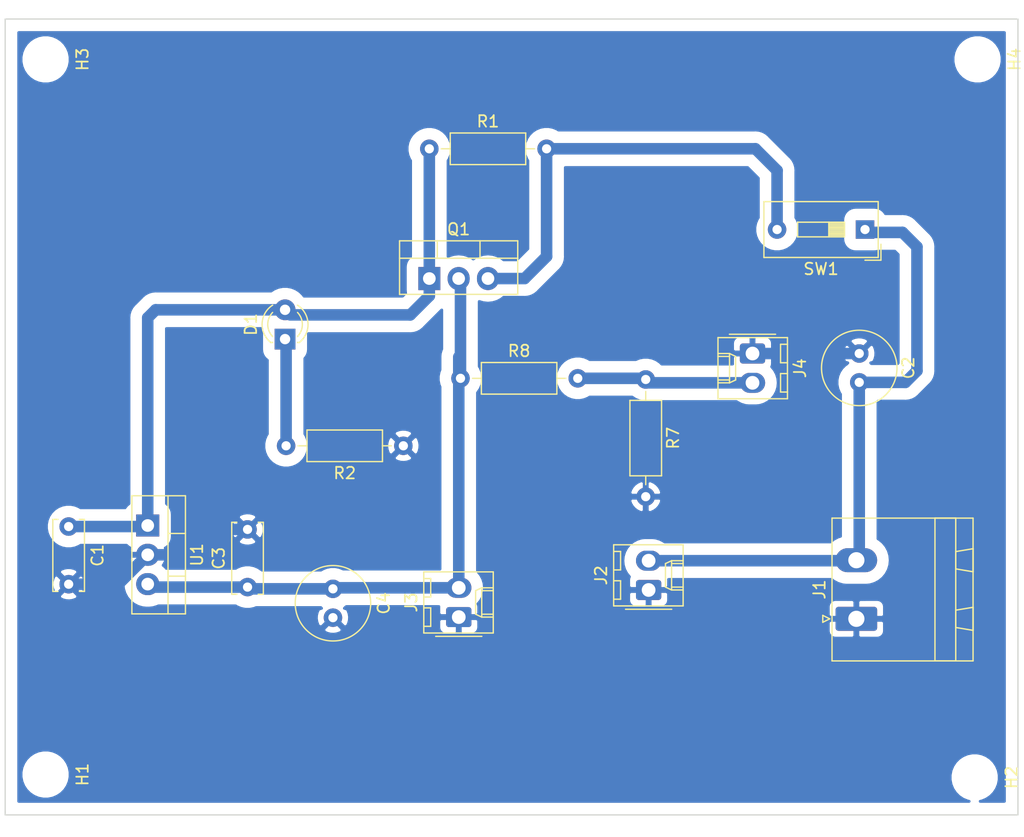
<source format=kicad_pcb>
(kicad_pcb (version 20171130) (host pcbnew "(5.1.6)-1")

  (general
    (thickness 1.6)
    (drawings 5)
    (tracks 62)
    (zones 0)
    (modules 20)
    (nets 8)
  )

  (page A4)
  (layers
    (0 F.Cu signal)
    (31 B.Cu signal)
    (32 B.Adhes user)
    (33 F.Adhes user)
    (34 B.Paste user)
    (35 F.Paste user)
    (36 B.SilkS user)
    (37 F.SilkS user)
    (38 B.Mask user)
    (39 F.Mask user)
    (40 Dwgs.User user)
    (41 Cmts.User user)
    (42 Eco1.User user)
    (43 Eco2.User user)
    (44 Edge.Cuts user)
    (45 Margin user)
    (46 B.CrtYd user)
    (47 F.CrtYd user)
    (48 B.Fab user)
    (49 F.Fab user)
  )

  (setup
    (last_trace_width 0.25)
    (trace_clearance 0.2)
    (zone_clearance 0.508)
    (zone_45_only no)
    (trace_min 1)
    (via_size 0.8)
    (via_drill 0.4)
    (via_min_size 0.4)
    (via_min_drill 0.3)
    (uvia_size 0.3)
    (uvia_drill 0.1)
    (uvias_allowed no)
    (uvia_min_size 0.2)
    (uvia_min_drill 0.1)
    (edge_width 0.1)
    (segment_width 0.2)
    (pcb_text_width 0.3)
    (pcb_text_size 1.5 1.5)
    (mod_edge_width 0.15)
    (mod_text_size 1 1)
    (mod_text_width 0.15)
    (pad_size 1.524 1.524)
    (pad_drill 0.762)
    (pad_to_mask_clearance 0)
    (aux_axis_origin 140.75 143.5)
    (visible_elements 7FFFF7FF)
    (pcbplotparams
      (layerselection 0x010fc_ffffffff)
      (usegerberextensions false)
      (usegerberattributes true)
      (usegerberadvancedattributes true)
      (creategerberjobfile true)
      (excludeedgelayer true)
      (linewidth 0.100000)
      (plotframeref false)
      (viasonmask false)
      (mode 1)
      (useauxorigin false)
      (hpglpennumber 1)
      (hpglpenspeed 20)
      (hpglpendiameter 15.000000)
      (psnegative false)
      (psa4output false)
      (plotreference true)
      (plotvalue true)
      (plotinvisibletext false)
      (padsonsilk false)
      (subtractmaskfromsilk false)
      (outputformat 1)
      (mirror false)
      (drillshape 1)
      (scaleselection 1)
      (outputdirectory ""))
  )

  (net 0 "")
  (net 1 GND)
  (net 2 "Net-(C1-Pad1)")
  (net 3 +12V)
  (net 4 +6V)
  (net 5 "Net-(D1-Pad1)")
  (net 6 +5V)
  (net 7 "Net-(Q1-Pad3)")

  (net_class Default "Esta é a classe de rede padrão."
    (clearance 0.2)
    (trace_width 0.25)
    (via_dia 0.8)
    (via_drill 0.4)
    (uvia_dia 0.3)
    (uvia_drill 0.1)
    (add_net +12V)
    (add_net +5V)
    (add_net +6V)
    (add_net GND)
    (add_net "Net-(C1-Pad1)")
    (add_net "Net-(D1-Pad1)")
    (add_net "Net-(Q1-Pad3)")
  )

  (module Button_Switch_THT:SW_DIP_SPSTx01_Slide_9.78x4.72mm_W7.62mm_P2.54mm (layer F.Cu) (tedit 5A4E1404) (tstamp 5FA82813)
    (at 188 32.5 180)
    (descr "1x-dip-switch SPST , Slide, row spacing 7.62 mm (300 mils), body size 9.78x4.72mm (see e.g. https://www.ctscorp.com/wp-content/uploads/206-208.pdf)")
    (tags "DIP Switch SPST Slide 7.62mm 300mil")
    (path /5FA72602)
    (fp_text reference SW1 (at 3.81 -3.42) (layer F.SilkS)
      (effects (font (size 1 1) (thickness 0.15)))
    )
    (fp_text value SW_Push (at 3.81 3.42) (layer F.Fab)
      (effects (font (size 1 1) (thickness 0.15)))
    )
    (fp_text user on (at 5.365 -1.4975) (layer F.Fab)
      (effects (font (size 0.6 0.6) (thickness 0.09)))
    )
    (fp_text user %R (at 7.27 0 90) (layer F.Fab)
      (effects (font (size 0.6 0.6) (thickness 0.09)))
    )
    (fp_line (start -0.08 -2.36) (end 8.7 -2.36) (layer F.Fab) (width 0.1))
    (fp_line (start 8.7 -2.36) (end 8.7 2.36) (layer F.Fab) (width 0.1))
    (fp_line (start 8.7 2.36) (end -1.08 2.36) (layer F.Fab) (width 0.1))
    (fp_line (start -1.08 2.36) (end -1.08 -1.36) (layer F.Fab) (width 0.1))
    (fp_line (start -1.08 -1.36) (end -0.08 -2.36) (layer F.Fab) (width 0.1))
    (fp_line (start 1.78 -0.635) (end 1.78 0.635) (layer F.Fab) (width 0.1))
    (fp_line (start 1.78 0.635) (end 5.84 0.635) (layer F.Fab) (width 0.1))
    (fp_line (start 5.84 0.635) (end 5.84 -0.635) (layer F.Fab) (width 0.1))
    (fp_line (start 5.84 -0.635) (end 1.78 -0.635) (layer F.Fab) (width 0.1))
    (fp_line (start 1.78 -0.535) (end 3.133333 -0.535) (layer F.Fab) (width 0.1))
    (fp_line (start 1.78 -0.435) (end 3.133333 -0.435) (layer F.Fab) (width 0.1))
    (fp_line (start 1.78 -0.335) (end 3.133333 -0.335) (layer F.Fab) (width 0.1))
    (fp_line (start 1.78 -0.235) (end 3.133333 -0.235) (layer F.Fab) (width 0.1))
    (fp_line (start 1.78 -0.135) (end 3.133333 -0.135) (layer F.Fab) (width 0.1))
    (fp_line (start 1.78 -0.035) (end 3.133333 -0.035) (layer F.Fab) (width 0.1))
    (fp_line (start 1.78 0.065) (end 3.133333 0.065) (layer F.Fab) (width 0.1))
    (fp_line (start 1.78 0.165) (end 3.133333 0.165) (layer F.Fab) (width 0.1))
    (fp_line (start 1.78 0.265) (end 3.133333 0.265) (layer F.Fab) (width 0.1))
    (fp_line (start 1.78 0.365) (end 3.133333 0.365) (layer F.Fab) (width 0.1))
    (fp_line (start 1.78 0.465) (end 3.133333 0.465) (layer F.Fab) (width 0.1))
    (fp_line (start 1.78 0.565) (end 3.133333 0.565) (layer F.Fab) (width 0.1))
    (fp_line (start 3.133333 -0.635) (end 3.133333 0.635) (layer F.Fab) (width 0.1))
    (fp_line (start -1.14 -2.42) (end 8.76 -2.42) (layer F.SilkS) (width 0.12))
    (fp_line (start -1.14 2.42) (end 8.76 2.42) (layer F.SilkS) (width 0.12))
    (fp_line (start -1.14 -2.42) (end -1.14 2.42) (layer F.SilkS) (width 0.12))
    (fp_line (start 8.76 -2.42) (end 8.76 2.42) (layer F.SilkS) (width 0.12))
    (fp_line (start -1.38 -2.66) (end 0.004 -2.66) (layer F.SilkS) (width 0.12))
    (fp_line (start -1.38 -2.66) (end -1.38 -1.277) (layer F.SilkS) (width 0.12))
    (fp_line (start 1.78 -0.635) (end 1.78 0.635) (layer F.SilkS) (width 0.12))
    (fp_line (start 1.78 0.635) (end 5.84 0.635) (layer F.SilkS) (width 0.12))
    (fp_line (start 5.84 0.635) (end 5.84 -0.635) (layer F.SilkS) (width 0.12))
    (fp_line (start 5.84 -0.635) (end 1.78 -0.635) (layer F.SilkS) (width 0.12))
    (fp_line (start 1.78 -0.515) (end 3.133333 -0.515) (layer F.SilkS) (width 0.12))
    (fp_line (start 1.78 -0.395) (end 3.133333 -0.395) (layer F.SilkS) (width 0.12))
    (fp_line (start 1.78 -0.275) (end 3.133333 -0.275) (layer F.SilkS) (width 0.12))
    (fp_line (start 1.78 -0.155) (end 3.133333 -0.155) (layer F.SilkS) (width 0.12))
    (fp_line (start 1.78 -0.035) (end 3.133333 -0.035) (layer F.SilkS) (width 0.12))
    (fp_line (start 1.78 0.085) (end 3.133333 0.085) (layer F.SilkS) (width 0.12))
    (fp_line (start 1.78 0.205) (end 3.133333 0.205) (layer F.SilkS) (width 0.12))
    (fp_line (start 1.78 0.325) (end 3.133333 0.325) (layer F.SilkS) (width 0.12))
    (fp_line (start 1.78 0.445) (end 3.133333 0.445) (layer F.SilkS) (width 0.12))
    (fp_line (start 1.78 0.565) (end 3.133333 0.565) (layer F.SilkS) (width 0.12))
    (fp_line (start 3.133333 -0.635) (end 3.133333 0.635) (layer F.SilkS) (width 0.12))
    (fp_line (start -1.35 -2.7) (end -1.35 2.7) (layer F.CrtYd) (width 0.05))
    (fp_line (start -1.35 2.7) (end 8.95 2.7) (layer F.CrtYd) (width 0.05))
    (fp_line (start 8.95 2.7) (end 8.95 -2.7) (layer F.CrtYd) (width 0.05))
    (fp_line (start 8.95 -2.7) (end -1.35 -2.7) (layer F.CrtYd) (width 0.05))
    (pad 2 thru_hole oval (at 7.62 0 180) (size 1.6 1.6) (drill 0.8) (layers *.Cu *.Mask)
      (net 7 "Net-(Q1-Pad3)"))
    (pad 1 thru_hole rect (at 0 0 180) (size 1.6 1.6) (drill 0.8) (layers *.Cu *.Mask)
      (net 3 +12V))
    (model ${KISYS3DMOD}/Button_Switch_THT.3dshapes/SW_DIP_SPSTx01_Slide_9.78x4.72mm_W7.62mm_P2.54mm.wrl
      (at (xyz 0 0 0))
      (scale (xyz 1 1 1))
      (rotate (xyz 0 0 90))
    )
  )

  (module LED_THT:LED_D3.0mm (layer F.Cu) (tedit 587A3A7B) (tstamp 5FA7FCA3)
    (at 137.75 42 90)
    (descr "LED, diameter 3.0mm, 2 pins")
    (tags "LED diameter 3.0mm 2 pins")
    (path /5FA79E08)
    (fp_text reference D1 (at 1.27 -2.96 90) (layer F.SilkS)
      (effects (font (size 1 1) (thickness 0.15)))
    )
    (fp_text value LED (at 1.27 2.96 90) (layer F.Fab)
      (effects (font (size 1 1) (thickness 0.15)))
    )
    (fp_circle (center 1.27 0) (end 2.77 0) (layer F.Fab) (width 0.1))
    (fp_line (start -0.23 -1.16619) (end -0.23 1.16619) (layer F.Fab) (width 0.1))
    (fp_line (start -0.29 -1.236) (end -0.29 -1.08) (layer F.SilkS) (width 0.12))
    (fp_line (start -0.29 1.08) (end -0.29 1.236) (layer F.SilkS) (width 0.12))
    (fp_line (start -1.15 -2.25) (end -1.15 2.25) (layer F.CrtYd) (width 0.05))
    (fp_line (start -1.15 2.25) (end 3.7 2.25) (layer F.CrtYd) (width 0.05))
    (fp_line (start 3.7 2.25) (end 3.7 -2.25) (layer F.CrtYd) (width 0.05))
    (fp_line (start 3.7 -2.25) (end -1.15 -2.25) (layer F.CrtYd) (width 0.05))
    (fp_arc (start 1.27 0) (end 0.229039 1.08) (angle -87.9) (layer F.SilkS) (width 0.12))
    (fp_arc (start 1.27 0) (end 0.229039 -1.08) (angle 87.9) (layer F.SilkS) (width 0.12))
    (fp_arc (start 1.27 0) (end -0.29 1.235516) (angle -108.8) (layer F.SilkS) (width 0.12))
    (fp_arc (start 1.27 0) (end -0.29 -1.235516) (angle 108.8) (layer F.SilkS) (width 0.12))
    (fp_arc (start 1.27 0) (end -0.23 -1.16619) (angle 284.3) (layer F.Fab) (width 0.1))
    (pad 2 thru_hole circle (at 2.54 0 90) (size 1.8 1.8) (drill 0.9) (layers *.Cu *.Mask)
      (net 2 "Net-(C1-Pad1)"))
    (pad 1 thru_hole rect (at 0 0 90) (size 1.8 1.8) (drill 0.9) (layers *.Cu *.Mask)
      (net 5 "Net-(D1-Pad1)"))
    (model ${KISYS3DMOD}/LED_THT.3dshapes/LED_D3.0mm.wrl
      (at (xyz 0 0 0))
      (scale (xyz 1 1 1))
      (rotate (xyz 0 0 0))
    )
  )

  (module Resistor_THT:R_Axial_DIN0207_L6.3mm_D2.5mm_P10.16mm_Horizontal (layer F.Cu) (tedit 5AE5139B) (tstamp 5FA7FE9E)
    (at 152.95 45.4)
    (descr "Resistor, Axial_DIN0207 series, Axial, Horizontal, pin pitch=10.16mm, 0.25W = 1/4W, length*diameter=6.3*2.5mm^2, http://cdn-reichelt.de/documents/datenblatt/B400/1_4W%23YAG.pdf")
    (tags "Resistor Axial_DIN0207 series Axial Horizontal pin pitch 10.16mm 0.25W = 1/4W length 6.3mm diameter 2.5mm")
    (path /5F820A8C)
    (fp_text reference R8 (at 5.08 -2.37) (layer F.SilkS)
      (effects (font (size 1 1) (thickness 0.15)))
    )
    (fp_text value 1k (at 5.08 2.37) (layer F.Fab)
      (effects (font (size 1 1) (thickness 0.15)))
    )
    (fp_line (start 1.93 -1.25) (end 1.93 1.25) (layer F.Fab) (width 0.1))
    (fp_line (start 1.93 1.25) (end 8.23 1.25) (layer F.Fab) (width 0.1))
    (fp_line (start 8.23 1.25) (end 8.23 -1.25) (layer F.Fab) (width 0.1))
    (fp_line (start 8.23 -1.25) (end 1.93 -1.25) (layer F.Fab) (width 0.1))
    (fp_line (start 0 0) (end 1.93 0) (layer F.Fab) (width 0.1))
    (fp_line (start 10.16 0) (end 8.23 0) (layer F.Fab) (width 0.1))
    (fp_line (start 1.81 -1.37) (end 1.81 1.37) (layer F.SilkS) (width 0.12))
    (fp_line (start 1.81 1.37) (end 8.35 1.37) (layer F.SilkS) (width 0.12))
    (fp_line (start 8.35 1.37) (end 8.35 -1.37) (layer F.SilkS) (width 0.12))
    (fp_line (start 8.35 -1.37) (end 1.81 -1.37) (layer F.SilkS) (width 0.12))
    (fp_line (start 1.04 0) (end 1.81 0) (layer F.SilkS) (width 0.12))
    (fp_line (start 9.12 0) (end 8.35 0) (layer F.SilkS) (width 0.12))
    (fp_line (start -1.05 -1.5) (end -1.05 1.5) (layer F.CrtYd) (width 0.05))
    (fp_line (start -1.05 1.5) (end 11.21 1.5) (layer F.CrtYd) (width 0.05))
    (fp_line (start 11.21 1.5) (end 11.21 -1.5) (layer F.CrtYd) (width 0.05))
    (fp_line (start 11.21 -1.5) (end -1.05 -1.5) (layer F.CrtYd) (width 0.05))
    (fp_text user %R (at 5.08 0) (layer F.Fab)
      (effects (font (size 1 1) (thickness 0.15)))
    )
    (pad 2 thru_hole oval (at 10.16 0) (size 1.6 1.6) (drill 0.8) (layers *.Cu *.Mask)
      (net 6 +5V))
    (pad 1 thru_hole circle (at 0 0) (size 1.6 1.6) (drill 0.8) (layers *.Cu *.Mask)
      (net 4 +6V))
    (model ${KISYS3DMOD}/Resistor_THT.3dshapes/R_Axial_DIN0207_L6.3mm_D2.5mm_P10.16mm_Horizontal.wrl
      (at (xyz 0 0 0))
      (scale (xyz 1 1 1))
      (rotate (xyz 0 0 0))
    )
  )

  (module Connector_Molex:Molex_KK-254_AE-6410-02A_1x02_P2.54mm_Vertical (layer F.Cu) (tedit 5EA53D3B) (tstamp 5FA7FDD1)
    (at 178.25 43.25 270)
    (descr "Molex KK-254 Interconnect System, old/engineering part number: AE-6410-02A example for new part number: 22-27-2021, 2 Pins (http://www.molex.com/pdm_docs/sd/022272021_sd.pdf), generated with kicad-footprint-generator")
    (tags "connector Molex KK-254 vertical")
    (path /5FA9A501)
    (fp_text reference J4 (at 1.27 -4.12 90) (layer F.SilkS)
      (effects (font (size 1 1) (thickness 0.15)))
    )
    (fp_text value "Power Output" (at 1.27 4.08 90) (layer F.Fab)
      (effects (font (size 1 1) (thickness 0.15)))
    )
    (fp_line (start -1.27 -2.92) (end -1.27 2.88) (layer F.Fab) (width 0.1))
    (fp_line (start -1.27 2.88) (end 3.81 2.88) (layer F.Fab) (width 0.1))
    (fp_line (start 3.81 2.88) (end 3.81 -2.92) (layer F.Fab) (width 0.1))
    (fp_line (start 3.81 -2.92) (end -1.27 -2.92) (layer F.Fab) (width 0.1))
    (fp_line (start -1.38 -3.03) (end -1.38 2.99) (layer F.SilkS) (width 0.12))
    (fp_line (start -1.38 2.99) (end 3.92 2.99) (layer F.SilkS) (width 0.12))
    (fp_line (start 3.92 2.99) (end 3.92 -3.03) (layer F.SilkS) (width 0.12))
    (fp_line (start 3.92 -3.03) (end -1.38 -3.03) (layer F.SilkS) (width 0.12))
    (fp_line (start -1.67 -2) (end -1.67 2) (layer F.SilkS) (width 0.12))
    (fp_line (start -1.27 -0.5) (end -0.562893 0) (layer F.Fab) (width 0.1))
    (fp_line (start -0.562893 0) (end -1.27 0.5) (layer F.Fab) (width 0.1))
    (fp_line (start 0 2.99) (end 0 1.99) (layer F.SilkS) (width 0.12))
    (fp_line (start 0 1.99) (end 2.54 1.99) (layer F.SilkS) (width 0.12))
    (fp_line (start 2.54 1.99) (end 2.54 2.99) (layer F.SilkS) (width 0.12))
    (fp_line (start 0 1.99) (end 0.25 1.46) (layer F.SilkS) (width 0.12))
    (fp_line (start 0.25 1.46) (end 2.29 1.46) (layer F.SilkS) (width 0.12))
    (fp_line (start 2.29 1.46) (end 2.54 1.99) (layer F.SilkS) (width 0.12))
    (fp_line (start 0.25 2.99) (end 0.25 1.99) (layer F.SilkS) (width 0.12))
    (fp_line (start 2.29 2.99) (end 2.29 1.99) (layer F.SilkS) (width 0.12))
    (fp_line (start -0.8 -3.03) (end -0.8 -2.43) (layer F.SilkS) (width 0.12))
    (fp_line (start -0.8 -2.43) (end 0.8 -2.43) (layer F.SilkS) (width 0.12))
    (fp_line (start 0.8 -2.43) (end 0.8 -3.03) (layer F.SilkS) (width 0.12))
    (fp_line (start 1.74 -3.03) (end 1.74 -2.43) (layer F.SilkS) (width 0.12))
    (fp_line (start 1.74 -2.43) (end 3.34 -2.43) (layer F.SilkS) (width 0.12))
    (fp_line (start 3.34 -2.43) (end 3.34 -3.03) (layer F.SilkS) (width 0.12))
    (fp_line (start -1.77 -3.42) (end -1.77 3.38) (layer F.CrtYd) (width 0.05))
    (fp_line (start -1.77 3.38) (end 4.31 3.38) (layer F.CrtYd) (width 0.05))
    (fp_line (start 4.31 3.38) (end 4.31 -3.42) (layer F.CrtYd) (width 0.05))
    (fp_line (start 4.31 -3.42) (end -1.77 -3.42) (layer F.CrtYd) (width 0.05))
    (fp_text user %R (at 1.27 -2.22 90) (layer F.Fab)
      (effects (font (size 1 1) (thickness 0.15)))
    )
    (pad 2 thru_hole oval (at 2.54 0 270) (size 1.74 2.19) (drill 1.19) (layers *.Cu *.Mask)
      (net 6 +5V))
    (pad 1 thru_hole roundrect (at 0 0 270) (size 1.74 2.19) (drill 1.19) (layers *.Cu *.Mask) (roundrect_rratio 0.143678)
      (net 1 GND))
    (model ${KISYS3DMOD}/Connector_Molex.3dshapes/Molex_KK-254_AE-6410-02A_1x02_P2.54mm_Vertical.wrl
      (at (xyz 0 0 0))
      (scale (xyz 1 1 1))
      (rotate (xyz 0 0 0))
    )
  )

  (module Capacitor_THT:C_Disc_D6.0mm_W2.5mm_P5.00mm (layer F.Cu) (tedit 5AE50EF0) (tstamp 5FA7FC7E)
    (at 134.5 63.5 90)
    (descr "C, Disc series, Radial, pin pitch=5.00mm, , diameter*width=6*2.5mm^2, Capacitor, http://cdn-reichelt.de/documents/datenblatt/B300/DS_KERKO_TC.pdf")
    (tags "C Disc series Radial pin pitch 5.00mm  diameter 6mm width 2.5mm Capacitor")
    (path /5FA86759)
    (fp_text reference C3 (at 2.5 -2.5 90) (layer F.SilkS)
      (effects (font (size 1 1) (thickness 0.15)))
    )
    (fp_text value 0.1uF (at 2.5 2.5 90) (layer F.Fab)
      (effects (font (size 1 1) (thickness 0.15)))
    )
    (fp_line (start -0.5 -1.25) (end -0.5 1.25) (layer F.Fab) (width 0.1))
    (fp_line (start -0.5 1.25) (end 5.5 1.25) (layer F.Fab) (width 0.1))
    (fp_line (start 5.5 1.25) (end 5.5 -1.25) (layer F.Fab) (width 0.1))
    (fp_line (start 5.5 -1.25) (end -0.5 -1.25) (layer F.Fab) (width 0.1))
    (fp_line (start -0.62 -1.37) (end 5.62 -1.37) (layer F.SilkS) (width 0.12))
    (fp_line (start -0.62 1.37) (end 5.62 1.37) (layer F.SilkS) (width 0.12))
    (fp_line (start -0.62 -1.37) (end -0.62 -0.925) (layer F.SilkS) (width 0.12))
    (fp_line (start -0.62 0.925) (end -0.62 1.37) (layer F.SilkS) (width 0.12))
    (fp_line (start 5.62 -1.37) (end 5.62 -0.925) (layer F.SilkS) (width 0.12))
    (fp_line (start 5.62 0.925) (end 5.62 1.37) (layer F.SilkS) (width 0.12))
    (fp_line (start -1.05 -1.5) (end -1.05 1.5) (layer F.CrtYd) (width 0.05))
    (fp_line (start -1.05 1.5) (end 6.05 1.5) (layer F.CrtYd) (width 0.05))
    (fp_line (start 6.05 1.5) (end 6.05 -1.5) (layer F.CrtYd) (width 0.05))
    (fp_line (start 6.05 -1.5) (end -1.05 -1.5) (layer F.CrtYd) (width 0.05))
    (fp_text user %R (at 2.5 0 90) (layer F.Fab)
      (effects (font (size 1 1) (thickness 0.15)))
    )
    (pad 2 thru_hole circle (at 5 0 90) (size 1.6 1.6) (drill 0.8) (layers *.Cu *.Mask)
      (net 1 GND))
    (pad 1 thru_hole circle (at 0 0 90) (size 1.6 1.6) (drill 0.8) (layers *.Cu *.Mask)
      (net 4 +6V))
    (model ${KISYS3DMOD}/Capacitor_THT.3dshapes/C_Disc_D6.0mm_W2.5mm_P5.00mm.wrl
      (at (xyz 0 0 0))
      (scale (xyz 1 1 1))
      (rotate (xyz 0 0 0))
    )
  )

  (module Capacitor_THT:C_Disc_D6.0mm_W2.5mm_P5.00mm (layer F.Cu) (tedit 5AE50EF0) (tstamp 5FA7FC57)
    (at 119 58.25 270)
    (descr "C, Disc series, Radial, pin pitch=5.00mm, , diameter*width=6*2.5mm^2, Capacitor, http://cdn-reichelt.de/documents/datenblatt/B300/DS_KERKO_TC.pdf")
    (tags "C Disc series Radial pin pitch 5.00mm  diameter 6mm width 2.5mm Capacitor")
    (path /5F815103)
    (fp_text reference C1 (at 2.5 -2.5 90) (layer F.SilkS)
      (effects (font (size 1 1) (thickness 0.15)))
    )
    (fp_text value 0.1uF (at 2.5 2.5 90) (layer F.Fab)
      (effects (font (size 1 1) (thickness 0.15)))
    )
    (fp_line (start -0.5 -1.25) (end -0.5 1.25) (layer F.Fab) (width 0.1))
    (fp_line (start -0.5 1.25) (end 5.5 1.25) (layer F.Fab) (width 0.1))
    (fp_line (start 5.5 1.25) (end 5.5 -1.25) (layer F.Fab) (width 0.1))
    (fp_line (start 5.5 -1.25) (end -0.5 -1.25) (layer F.Fab) (width 0.1))
    (fp_line (start -0.62 -1.37) (end 5.62 -1.37) (layer F.SilkS) (width 0.12))
    (fp_line (start -0.62 1.37) (end 5.62 1.37) (layer F.SilkS) (width 0.12))
    (fp_line (start -0.62 -1.37) (end -0.62 -0.925) (layer F.SilkS) (width 0.12))
    (fp_line (start -0.62 0.925) (end -0.62 1.37) (layer F.SilkS) (width 0.12))
    (fp_line (start 5.62 -1.37) (end 5.62 -0.925) (layer F.SilkS) (width 0.12))
    (fp_line (start 5.62 0.925) (end 5.62 1.37) (layer F.SilkS) (width 0.12))
    (fp_line (start -1.05 -1.5) (end -1.05 1.5) (layer F.CrtYd) (width 0.05))
    (fp_line (start -1.05 1.5) (end 6.05 1.5) (layer F.CrtYd) (width 0.05))
    (fp_line (start 6.05 1.5) (end 6.05 -1.5) (layer F.CrtYd) (width 0.05))
    (fp_line (start 6.05 -1.5) (end -1.05 -1.5) (layer F.CrtYd) (width 0.05))
    (fp_text user %R (at 2.5 0 90) (layer F.Fab)
      (effects (font (size 1 1) (thickness 0.15)))
    )
    (pad 2 thru_hole circle (at 5 0 270) (size 1.6 1.6) (drill 0.8) (layers *.Cu *.Mask)
      (net 1 GND))
    (pad 1 thru_hole circle (at 0 0 270) (size 1.6 1.6) (drill 0.8) (layers *.Cu *.Mask)
      (net 2 "Net-(C1-Pad1)"))
    (model ${KISYS3DMOD}/Capacitor_THT.3dshapes/C_Disc_D6.0mm_W2.5mm_P5.00mm.wrl
      (at (xyz 0 0 0))
      (scale (xyz 1 1 1))
      (rotate (xyz 0 0 0))
    )
  )

  (module Resistor_THT:R_Axial_DIN0207_L6.3mm_D2.5mm_P10.16mm_Horizontal (layer F.Cu) (tedit 5AE5139B) (tstamp 5FA783E7)
    (at 148 51.25 180)
    (descr "Resistor, Axial_DIN0207 series, Axial, Horizontal, pin pitch=10.16mm, 0.25W = 1/4W, length*diameter=6.3*2.5mm^2, http://cdn-reichelt.de/documents/datenblatt/B400/1_4W%23YAG.pdf")
    (tags "Resistor Axial_DIN0207 series Axial Horizontal pin pitch 10.16mm 0.25W = 1/4W length 6.3mm diameter 2.5mm")
    (path /5FA773B1)
    (fp_text reference R2 (at 5.08 -2.37) (layer F.SilkS)
      (effects (font (size 1 1) (thickness 0.15)))
    )
    (fp_text value 10k (at 5.08 2.37) (layer F.Fab)
      (effects (font (size 1 1) (thickness 0.15)))
    )
    (fp_line (start 1.93 -1.25) (end 1.93 1.25) (layer F.Fab) (width 0.1))
    (fp_line (start 1.93 1.25) (end 8.23 1.25) (layer F.Fab) (width 0.1))
    (fp_line (start 8.23 1.25) (end 8.23 -1.25) (layer F.Fab) (width 0.1))
    (fp_line (start 8.23 -1.25) (end 1.93 -1.25) (layer F.Fab) (width 0.1))
    (fp_line (start 0 0) (end 1.93 0) (layer F.Fab) (width 0.1))
    (fp_line (start 10.16 0) (end 8.23 0) (layer F.Fab) (width 0.1))
    (fp_line (start 1.81 -1.37) (end 1.81 1.37) (layer F.SilkS) (width 0.12))
    (fp_line (start 1.81 1.37) (end 8.35 1.37) (layer F.SilkS) (width 0.12))
    (fp_line (start 8.35 1.37) (end 8.35 -1.37) (layer F.SilkS) (width 0.12))
    (fp_line (start 8.35 -1.37) (end 1.81 -1.37) (layer F.SilkS) (width 0.12))
    (fp_line (start 1.04 0) (end 1.81 0) (layer F.SilkS) (width 0.12))
    (fp_line (start 9.12 0) (end 8.35 0) (layer F.SilkS) (width 0.12))
    (fp_line (start -1.05 -1.5) (end -1.05 1.5) (layer F.CrtYd) (width 0.05))
    (fp_line (start -1.05 1.5) (end 11.21 1.5) (layer F.CrtYd) (width 0.05))
    (fp_line (start 11.21 1.5) (end 11.21 -1.5) (layer F.CrtYd) (width 0.05))
    (fp_line (start 11.21 -1.5) (end -1.05 -1.5) (layer F.CrtYd) (width 0.05))
    (fp_text user %R (at 5.08 0) (layer F.Fab)
      (effects (font (size 1 1) (thickness 0.15)))
    )
    (pad 2 thru_hole oval (at 10.16 0 180) (size 1.6 1.6) (drill 0.8) (layers *.Cu *.Mask)
      (net 5 "Net-(D1-Pad1)"))
    (pad 1 thru_hole circle (at 0 0 180) (size 1.6 1.6) (drill 0.8) (layers *.Cu *.Mask)
      (net 1 GND))
    (model ${KISYS3DMOD}/Resistor_THT.3dshapes/R_Axial_DIN0207_L6.3mm_D2.5mm_P10.16mm_Horizontal.wrl
      (at (xyz 0 0 0))
      (scale (xyz 1 1 1))
      (rotate (xyz 0 0 0))
    )
  )

  (module Resistor_THT:R_Axial_DIN0207_L6.3mm_D2.5mm_P10.16mm_Horizontal (layer F.Cu) (tedit 5AE5139B) (tstamp 5FA783D0)
    (at 150.25 25.5)
    (descr "Resistor, Axial_DIN0207 series, Axial, Horizontal, pin pitch=10.16mm, 0.25W = 1/4W, length*diameter=6.3*2.5mm^2, http://cdn-reichelt.de/documents/datenblatt/B400/1_4W%23YAG.pdf")
    (tags "Resistor Axial_DIN0207 series Axial Horizontal pin pitch 10.16mm 0.25W = 1/4W length 6.3mm diameter 2.5mm")
    (path /5FA78493)
    (fp_text reference R1 (at 5.08 -2.37) (layer F.SilkS)
      (effects (font (size 1 1) (thickness 0.15)))
    )
    (fp_text value 4.7 (at 5.08 2.37) (layer F.Fab)
      (effects (font (size 1 1) (thickness 0.15)))
    )
    (fp_line (start 1.93 -1.25) (end 1.93 1.25) (layer F.Fab) (width 0.1))
    (fp_line (start 1.93 1.25) (end 8.23 1.25) (layer F.Fab) (width 0.1))
    (fp_line (start 8.23 1.25) (end 8.23 -1.25) (layer F.Fab) (width 0.1))
    (fp_line (start 8.23 -1.25) (end 1.93 -1.25) (layer F.Fab) (width 0.1))
    (fp_line (start 0 0) (end 1.93 0) (layer F.Fab) (width 0.1))
    (fp_line (start 10.16 0) (end 8.23 0) (layer F.Fab) (width 0.1))
    (fp_line (start 1.81 -1.37) (end 1.81 1.37) (layer F.SilkS) (width 0.12))
    (fp_line (start 1.81 1.37) (end 8.35 1.37) (layer F.SilkS) (width 0.12))
    (fp_line (start 8.35 1.37) (end 8.35 -1.37) (layer F.SilkS) (width 0.12))
    (fp_line (start 8.35 -1.37) (end 1.81 -1.37) (layer F.SilkS) (width 0.12))
    (fp_line (start 1.04 0) (end 1.81 0) (layer F.SilkS) (width 0.12))
    (fp_line (start 9.12 0) (end 8.35 0) (layer F.SilkS) (width 0.12))
    (fp_line (start -1.05 -1.5) (end -1.05 1.5) (layer F.CrtYd) (width 0.05))
    (fp_line (start -1.05 1.5) (end 11.21 1.5) (layer F.CrtYd) (width 0.05))
    (fp_line (start 11.21 1.5) (end 11.21 -1.5) (layer F.CrtYd) (width 0.05))
    (fp_line (start 11.21 -1.5) (end -1.05 -1.5) (layer F.CrtYd) (width 0.05))
    (fp_text user %R (at 5.08 0) (layer F.Fab)
      (effects (font (size 1 1) (thickness 0.15)))
    )
    (pad 2 thru_hole oval (at 10.16 0) (size 1.6 1.6) (drill 0.8) (layers *.Cu *.Mask)
      (net 7 "Net-(Q1-Pad3)"))
    (pad 1 thru_hole circle (at 0 0) (size 1.6 1.6) (drill 0.8) (layers *.Cu *.Mask)
      (net 2 "Net-(C1-Pad1)"))
    (model ${KISYS3DMOD}/Resistor_THT.3dshapes/R_Axial_DIN0207_L6.3mm_D2.5mm_P10.16mm_Horizontal.wrl
      (at (xyz 0 0 0))
      (scale (xyz 1 1 1))
      (rotate (xyz 0 0 0))
    )
  )

  (module Connector_Phoenix_MSTB:PhoenixContact_MSTBA_2,5_2-G-5,08_1x02_P5.08mm_Horizontal (layer F.Cu) (tedit 5B785047) (tstamp 5FA78333)
    (at 187.25 66.25 90)
    (descr "Generic Phoenix Contact connector footprint for: MSTBA_2,5/2-G-5,08; number of pins: 02; pin pitch: 5.08mm; Angled || order number: 1757242 12A || order number: 1923869 16A (HC)")
    (tags "phoenix_contact connector MSTBA_01x02_G_5.08mm")
    (path /5FABD517)
    (fp_text reference J1 (at 2.54 -3.2 90) (layer F.SilkS)
      (effects (font (size 1 1) (thickness 0.15)))
    )
    (fp_text value "Power Input" (at 2.54 11.2 90) (layer F.Fab)
      (effects (font (size 1 1) (thickness 0.15)))
    )
    (fp_line (start -3.65 -2.11) (end -3.65 10.11) (layer F.SilkS) (width 0.12))
    (fp_line (start -3.65 10.11) (end 8.73 10.11) (layer F.SilkS) (width 0.12))
    (fp_line (start 8.73 10.11) (end 8.73 -2.11) (layer F.SilkS) (width 0.12))
    (fp_line (start 8.73 -2.11) (end -3.65 -2.11) (layer F.SilkS) (width 0.12))
    (fp_line (start -3.54 -2) (end -3.54 10) (layer F.Fab) (width 0.1))
    (fp_line (start -3.54 10) (end 8.62 10) (layer F.Fab) (width 0.1))
    (fp_line (start 8.62 10) (end 8.62 -2) (layer F.Fab) (width 0.1))
    (fp_line (start 8.62 -2) (end -3.54 -2) (layer F.Fab) (width 0.1))
    (fp_line (start -3.65 8.61) (end -3.65 6.81) (layer F.SilkS) (width 0.12))
    (fp_line (start -3.65 6.81) (end 8.73 6.81) (layer F.SilkS) (width 0.12))
    (fp_line (start 8.73 6.81) (end 8.73 8.61) (layer F.SilkS) (width 0.12))
    (fp_line (start 8.73 8.61) (end -3.65 8.61) (layer F.SilkS) (width 0.12))
    (fp_line (start -1 10.11) (end 1 10.11) (layer F.SilkS) (width 0.12))
    (fp_line (start 1 10.11) (end 0.75 8.61) (layer F.SilkS) (width 0.12))
    (fp_line (start 0.75 8.61) (end -0.75 8.61) (layer F.SilkS) (width 0.12))
    (fp_line (start -0.75 8.61) (end -1 10.11) (layer F.SilkS) (width 0.12))
    (fp_line (start 4.08 10.11) (end 6.08 10.11) (layer F.SilkS) (width 0.12))
    (fp_line (start 6.08 10.11) (end 5.83 8.61) (layer F.SilkS) (width 0.12))
    (fp_line (start 5.83 8.61) (end 4.33 8.61) (layer F.SilkS) (width 0.12))
    (fp_line (start 4.33 8.61) (end 4.08 10.11) (layer F.SilkS) (width 0.12))
    (fp_line (start -4.04 -2.5) (end -4.04 10.5) (layer F.CrtYd) (width 0.05))
    (fp_line (start -4.04 10.5) (end 9.12 10.5) (layer F.CrtYd) (width 0.05))
    (fp_line (start 9.12 10.5) (end 9.12 -2.5) (layer F.CrtYd) (width 0.05))
    (fp_line (start 9.12 -2.5) (end -4.04 -2.5) (layer F.CrtYd) (width 0.05))
    (fp_line (start 0.3 -2.91) (end 0 -2.31) (layer F.SilkS) (width 0.12))
    (fp_line (start 0 -2.31) (end -0.3 -2.91) (layer F.SilkS) (width 0.12))
    (fp_line (start -0.3 -2.91) (end 0.3 -2.91) (layer F.SilkS) (width 0.12))
    (fp_line (start 0.95 -2) (end 0 -0.5) (layer F.Fab) (width 0.1))
    (fp_line (start 0 -0.5) (end -0.95 -2) (layer F.Fab) (width 0.1))
    (fp_text user %R (at 2.54 -1.3 90) (layer F.Fab)
      (effects (font (size 1 1) (thickness 0.15)))
    )
    (pad 2 thru_hole oval (at 5.08 0 90) (size 2.08 3.6) (drill 1.4) (layers *.Cu *.Mask)
      (net 3 +12V))
    (pad 1 thru_hole roundrect (at 0 0 90) (size 2.08 3.6) (drill 1.4) (layers *.Cu *.Mask) (roundrect_rratio 0.120192)
      (net 1 GND))
    (model ${KISYS3DMOD}/Connector_Phoenix_MSTB.3dshapes/PhoenixContact_MSTBA_2,5_2-G-5,08_1x02_P5.08mm_Horizontal.wrl
      (at (xyz 0 0 0))
      (scale (xyz 1 1 1))
      (rotate (xyz 0 0 0))
    )
  )

  (module Package_TO_SOT_THT:TO-220-3_Vertical (layer F.Cu) (tedit 5AC8BA0D) (tstamp 5FA7844E)
    (at 125.85 58.16 270)
    (descr "TO-220-3, Vertical, RM 2.54mm, see https://www.vishay.com/docs/66542/to-220-1.pdf")
    (tags "TO-220-3 Vertical RM 2.54mm")
    (path /5FA841CF)
    (fp_text reference U1 (at 2.54 -4.27 90) (layer F.SilkS)
      (effects (font (size 1 1) (thickness 0.15)))
    )
    (fp_text value L7806 (at 2.54 2.5 90) (layer F.Fab)
      (effects (font (size 1 1) (thickness 0.15)))
    )
    (fp_line (start -2.46 -3.15) (end -2.46 1.25) (layer F.Fab) (width 0.1))
    (fp_line (start -2.46 1.25) (end 7.54 1.25) (layer F.Fab) (width 0.1))
    (fp_line (start 7.54 1.25) (end 7.54 -3.15) (layer F.Fab) (width 0.1))
    (fp_line (start 7.54 -3.15) (end -2.46 -3.15) (layer F.Fab) (width 0.1))
    (fp_line (start -2.46 -1.88) (end 7.54 -1.88) (layer F.Fab) (width 0.1))
    (fp_line (start 0.69 -3.15) (end 0.69 -1.88) (layer F.Fab) (width 0.1))
    (fp_line (start 4.39 -3.15) (end 4.39 -1.88) (layer F.Fab) (width 0.1))
    (fp_line (start -2.58 -3.27) (end 7.66 -3.27) (layer F.SilkS) (width 0.12))
    (fp_line (start -2.58 1.371) (end 7.66 1.371) (layer F.SilkS) (width 0.12))
    (fp_line (start -2.58 -3.27) (end -2.58 1.371) (layer F.SilkS) (width 0.12))
    (fp_line (start 7.66 -3.27) (end 7.66 1.371) (layer F.SilkS) (width 0.12))
    (fp_line (start -2.58 -1.76) (end 7.66 -1.76) (layer F.SilkS) (width 0.12))
    (fp_line (start 0.69 -3.27) (end 0.69 -1.76) (layer F.SilkS) (width 0.12))
    (fp_line (start 4.391 -3.27) (end 4.391 -1.76) (layer F.SilkS) (width 0.12))
    (fp_line (start -2.71 -3.4) (end -2.71 1.51) (layer F.CrtYd) (width 0.05))
    (fp_line (start -2.71 1.51) (end 7.79 1.51) (layer F.CrtYd) (width 0.05))
    (fp_line (start 7.79 1.51) (end 7.79 -3.4) (layer F.CrtYd) (width 0.05))
    (fp_line (start 7.79 -3.4) (end -2.71 -3.4) (layer F.CrtYd) (width 0.05))
    (fp_text user %R (at 2.54 -4.27 90) (layer F.Fab)
      (effects (font (size 1 1) (thickness 0.15)))
    )
    (pad 3 thru_hole oval (at 5.08 0 270) (size 1.905 2) (drill 1.1) (layers *.Cu *.Mask)
      (net 4 +6V))
    (pad 2 thru_hole oval (at 2.54 0 270) (size 1.905 2) (drill 1.1) (layers *.Cu *.Mask)
      (net 1 GND))
    (pad 1 thru_hole rect (at 0 0 270) (size 1.905 2) (drill 1.1) (layers *.Cu *.Mask)
      (net 2 "Net-(C1-Pad1)"))
    (model ${KISYS3DMOD}/Package_TO_SOT_THT.3dshapes/TO-220-3_Vertical.wrl
      (at (xyz 0 0 0))
      (scale (xyz 1 1 1))
      (rotate (xyz 0 0 0))
    )
  )

  (module Resistor_THT:R_Axial_DIN0207_L6.3mm_D2.5mm_P10.16mm_Horizontal (layer F.Cu) (tedit 5AE5139B) (tstamp 5FA783FE)
    (at 169 45.5 270)
    (descr "Resistor, Axial_DIN0207 series, Axial, Horizontal, pin pitch=10.16mm, 0.25W = 1/4W, length*diameter=6.3*2.5mm^2, http://cdn-reichelt.de/documents/datenblatt/B400/1_4W%23YAG.pdf")
    (tags "Resistor Axial_DIN0207 series Axial Horizontal pin pitch 10.16mm 0.25W = 1/4W length 6.3mm diameter 2.5mm")
    (path /5F820354)
    (fp_text reference R7 (at 5.08 -2.37 90) (layer F.SilkS)
      (effects (font (size 1 1) (thickness 0.15)))
    )
    (fp_text value 6k (at 5.08 2.37 90) (layer F.Fab)
      (effects (font (size 1 1) (thickness 0.15)))
    )
    (fp_line (start 1.93 -1.25) (end 1.93 1.25) (layer F.Fab) (width 0.1))
    (fp_line (start 1.93 1.25) (end 8.23 1.25) (layer F.Fab) (width 0.1))
    (fp_line (start 8.23 1.25) (end 8.23 -1.25) (layer F.Fab) (width 0.1))
    (fp_line (start 8.23 -1.25) (end 1.93 -1.25) (layer F.Fab) (width 0.1))
    (fp_line (start 0 0) (end 1.93 0) (layer F.Fab) (width 0.1))
    (fp_line (start 10.16 0) (end 8.23 0) (layer F.Fab) (width 0.1))
    (fp_line (start 1.81 -1.37) (end 1.81 1.37) (layer F.SilkS) (width 0.12))
    (fp_line (start 1.81 1.37) (end 8.35 1.37) (layer F.SilkS) (width 0.12))
    (fp_line (start 8.35 1.37) (end 8.35 -1.37) (layer F.SilkS) (width 0.12))
    (fp_line (start 8.35 -1.37) (end 1.81 -1.37) (layer F.SilkS) (width 0.12))
    (fp_line (start 1.04 0) (end 1.81 0) (layer F.SilkS) (width 0.12))
    (fp_line (start 9.12 0) (end 8.35 0) (layer F.SilkS) (width 0.12))
    (fp_line (start -1.05 -1.5) (end -1.05 1.5) (layer F.CrtYd) (width 0.05))
    (fp_line (start -1.05 1.5) (end 11.21 1.5) (layer F.CrtYd) (width 0.05))
    (fp_line (start 11.21 1.5) (end 11.21 -1.5) (layer F.CrtYd) (width 0.05))
    (fp_line (start 11.21 -1.5) (end -1.05 -1.5) (layer F.CrtYd) (width 0.05))
    (fp_text user %R (at 5.08 0 90) (layer F.Fab)
      (effects (font (size 1 1) (thickness 0.15)))
    )
    (pad 2 thru_hole oval (at 10.16 0 270) (size 1.6 1.6) (drill 0.8) (layers *.Cu *.Mask)
      (net 1 GND))
    (pad 1 thru_hole circle (at 0 0 270) (size 1.6 1.6) (drill 0.8) (layers *.Cu *.Mask)
      (net 6 +5V))
    (model ${KISYS3DMOD}/Resistor_THT.3dshapes/R_Axial_DIN0207_L6.3mm_D2.5mm_P10.16mm_Horizontal.wrl
      (at (xyz 0 0 0))
      (scale (xyz 1 1 1))
      (rotate (xyz 0 0 0))
    )
  )

  (module Package_TO_SOT_THT:TO-220-3_Vertical (layer F.Cu) (tedit 5AC8BA0D) (tstamp 5FA783B9)
    (at 150.25 36.75)
    (descr "TO-220-3, Vertical, RM 2.54mm, see https://www.vishay.com/docs/66542/to-220-1.pdf")
    (tags "TO-220-3 Vertical RM 2.54mm")
    (path /5FA824DA)
    (fp_text reference Q1 (at 2.54 -4.27) (layer F.SilkS)
      (effects (font (size 1 1) (thickness 0.15)))
    )
    (fp_text value TIP42 (at 2.54 2.5) (layer F.Fab)
      (effects (font (size 1 1) (thickness 0.15)))
    )
    (fp_line (start -2.46 -3.15) (end -2.46 1.25) (layer F.Fab) (width 0.1))
    (fp_line (start -2.46 1.25) (end 7.54 1.25) (layer F.Fab) (width 0.1))
    (fp_line (start 7.54 1.25) (end 7.54 -3.15) (layer F.Fab) (width 0.1))
    (fp_line (start 7.54 -3.15) (end -2.46 -3.15) (layer F.Fab) (width 0.1))
    (fp_line (start -2.46 -1.88) (end 7.54 -1.88) (layer F.Fab) (width 0.1))
    (fp_line (start 0.69 -3.15) (end 0.69 -1.88) (layer F.Fab) (width 0.1))
    (fp_line (start 4.39 -3.15) (end 4.39 -1.88) (layer F.Fab) (width 0.1))
    (fp_line (start -2.58 -3.27) (end 7.66 -3.27) (layer F.SilkS) (width 0.12))
    (fp_line (start -2.58 1.371) (end 7.66 1.371) (layer F.SilkS) (width 0.12))
    (fp_line (start -2.58 -3.27) (end -2.58 1.371) (layer F.SilkS) (width 0.12))
    (fp_line (start 7.66 -3.27) (end 7.66 1.371) (layer F.SilkS) (width 0.12))
    (fp_line (start -2.58 -1.76) (end 7.66 -1.76) (layer F.SilkS) (width 0.12))
    (fp_line (start 0.69 -3.27) (end 0.69 -1.76) (layer F.SilkS) (width 0.12))
    (fp_line (start 4.391 -3.27) (end 4.391 -1.76) (layer F.SilkS) (width 0.12))
    (fp_line (start -2.71 -3.4) (end -2.71 1.51) (layer F.CrtYd) (width 0.05))
    (fp_line (start -2.71 1.51) (end 7.79 1.51) (layer F.CrtYd) (width 0.05))
    (fp_line (start 7.79 1.51) (end 7.79 -3.4) (layer F.CrtYd) (width 0.05))
    (fp_line (start 7.79 -3.4) (end -2.71 -3.4) (layer F.CrtYd) (width 0.05))
    (fp_text user %R (at 2.54 -4.27) (layer F.Fab)
      (effects (font (size 1 1) (thickness 0.15)))
    )
    (pad 3 thru_hole oval (at 5.08 0) (size 1.905 2) (drill 1.1) (layers *.Cu *.Mask)
      (net 7 "Net-(Q1-Pad3)"))
    (pad 2 thru_hole oval (at 2.54 0) (size 1.905 2) (drill 1.1) (layers *.Cu *.Mask)
      (net 4 +6V))
    (pad 1 thru_hole rect (at 0 0) (size 1.905 2) (drill 1.1) (layers *.Cu *.Mask)
      (net 2 "Net-(C1-Pad1)"))
    (model ${KISYS3DMOD}/Package_TO_SOT_THT.3dshapes/TO-220-3_Vertical.wrl
      (at (xyz 0 0 0))
      (scale (xyz 1 1 1))
      (rotate (xyz 0 0 0))
    )
  )

  (module Connector_Molex:Molex_KK-254_AE-6410-02A_1x02_P2.54mm_Vertical (layer F.Cu) (tedit 5EA53D3B) (tstamp 5FA7837B)
    (at 152.8 66.1 90)
    (descr "Molex KK-254 Interconnect System, old/engineering part number: AE-6410-02A example for new part number: 22-27-2021, 2 Pins (http://www.molex.com/pdm_docs/sd/022272021_sd.pdf), generated with kicad-footprint-generator")
    (tags "connector Molex KK-254 vertical")
    (path /5FA997B8)
    (fp_text reference J3 (at 1.27 -4.12 90) (layer F.SilkS)
      (effects (font (size 1 1) (thickness 0.15)))
    )
    (fp_text value "Power Output" (at 1.27 4.08 90) (layer F.Fab)
      (effects (font (size 1 1) (thickness 0.15)))
    )
    (fp_line (start -1.27 -2.92) (end -1.27 2.88) (layer F.Fab) (width 0.1))
    (fp_line (start -1.27 2.88) (end 3.81 2.88) (layer F.Fab) (width 0.1))
    (fp_line (start 3.81 2.88) (end 3.81 -2.92) (layer F.Fab) (width 0.1))
    (fp_line (start 3.81 -2.92) (end -1.27 -2.92) (layer F.Fab) (width 0.1))
    (fp_line (start -1.38 -3.03) (end -1.38 2.99) (layer F.SilkS) (width 0.12))
    (fp_line (start -1.38 2.99) (end 3.92 2.99) (layer F.SilkS) (width 0.12))
    (fp_line (start 3.92 2.99) (end 3.92 -3.03) (layer F.SilkS) (width 0.12))
    (fp_line (start 3.92 -3.03) (end -1.38 -3.03) (layer F.SilkS) (width 0.12))
    (fp_line (start -1.67 -2) (end -1.67 2) (layer F.SilkS) (width 0.12))
    (fp_line (start -1.27 -0.5) (end -0.562893 0) (layer F.Fab) (width 0.1))
    (fp_line (start -0.562893 0) (end -1.27 0.5) (layer F.Fab) (width 0.1))
    (fp_line (start 0 2.99) (end 0 1.99) (layer F.SilkS) (width 0.12))
    (fp_line (start 0 1.99) (end 2.54 1.99) (layer F.SilkS) (width 0.12))
    (fp_line (start 2.54 1.99) (end 2.54 2.99) (layer F.SilkS) (width 0.12))
    (fp_line (start 0 1.99) (end 0.25 1.46) (layer F.SilkS) (width 0.12))
    (fp_line (start 0.25 1.46) (end 2.29 1.46) (layer F.SilkS) (width 0.12))
    (fp_line (start 2.29 1.46) (end 2.54 1.99) (layer F.SilkS) (width 0.12))
    (fp_line (start 0.25 2.99) (end 0.25 1.99) (layer F.SilkS) (width 0.12))
    (fp_line (start 2.29 2.99) (end 2.29 1.99) (layer F.SilkS) (width 0.12))
    (fp_line (start -0.8 -3.03) (end -0.8 -2.43) (layer F.SilkS) (width 0.12))
    (fp_line (start -0.8 -2.43) (end 0.8 -2.43) (layer F.SilkS) (width 0.12))
    (fp_line (start 0.8 -2.43) (end 0.8 -3.03) (layer F.SilkS) (width 0.12))
    (fp_line (start 1.74 -3.03) (end 1.74 -2.43) (layer F.SilkS) (width 0.12))
    (fp_line (start 1.74 -2.43) (end 3.34 -2.43) (layer F.SilkS) (width 0.12))
    (fp_line (start 3.34 -2.43) (end 3.34 -3.03) (layer F.SilkS) (width 0.12))
    (fp_line (start -1.77 -3.42) (end -1.77 3.38) (layer F.CrtYd) (width 0.05))
    (fp_line (start -1.77 3.38) (end 4.31 3.38) (layer F.CrtYd) (width 0.05))
    (fp_line (start 4.31 3.38) (end 4.31 -3.42) (layer F.CrtYd) (width 0.05))
    (fp_line (start 4.31 -3.42) (end -1.77 -3.42) (layer F.CrtYd) (width 0.05))
    (fp_text user %R (at 1.27 -2.22 90) (layer F.Fab)
      (effects (font (size 1 1) (thickness 0.15)))
    )
    (pad 2 thru_hole oval (at 2.54 0 90) (size 1.74 2.19) (drill 1.19) (layers *.Cu *.Mask)
      (net 4 +6V))
    (pad 1 thru_hole roundrect (at 0 0 90) (size 1.74 2.19) (drill 1.19) (layers *.Cu *.Mask) (roundrect_rratio 0.143678)
      (net 1 GND))
    (model ${KISYS3DMOD}/Connector_Molex.3dshapes/Molex_KK-254_AE-6410-02A_1x02_P2.54mm_Vertical.wrl
      (at (xyz 0 0 0))
      (scale (xyz 1 1 1))
      (rotate (xyz 0 0 0))
    )
  )

  (module Connector_Molex:Molex_KK-254_AE-6410-02A_1x02_P2.54mm_Vertical (layer F.Cu) (tedit 5EA53D3B) (tstamp 5FA78357)
    (at 169.25 63.75 90)
    (descr "Molex KK-254 Interconnect System, old/engineering part number: AE-6410-02A example for new part number: 22-27-2021, 2 Pins (http://www.molex.com/pdm_docs/sd/022272021_sd.pdf), generated with kicad-footprint-generator")
    (tags "connector Molex KK-254 vertical")
    (path /5FAA528A)
    (fp_text reference J2 (at 1.27 -4.12 90) (layer F.SilkS)
      (effects (font (size 1 1) (thickness 0.15)))
    )
    (fp_text value "Power Output" (at 1.27 4.08 90) (layer F.Fab)
      (effects (font (size 1 1) (thickness 0.15)))
    )
    (fp_line (start -1.27 -2.92) (end -1.27 2.88) (layer F.Fab) (width 0.1))
    (fp_line (start -1.27 2.88) (end 3.81 2.88) (layer F.Fab) (width 0.1))
    (fp_line (start 3.81 2.88) (end 3.81 -2.92) (layer F.Fab) (width 0.1))
    (fp_line (start 3.81 -2.92) (end -1.27 -2.92) (layer F.Fab) (width 0.1))
    (fp_line (start -1.38 -3.03) (end -1.38 2.99) (layer F.SilkS) (width 0.12))
    (fp_line (start -1.38 2.99) (end 3.92 2.99) (layer F.SilkS) (width 0.12))
    (fp_line (start 3.92 2.99) (end 3.92 -3.03) (layer F.SilkS) (width 0.12))
    (fp_line (start 3.92 -3.03) (end -1.38 -3.03) (layer F.SilkS) (width 0.12))
    (fp_line (start -1.67 -2) (end -1.67 2) (layer F.SilkS) (width 0.12))
    (fp_line (start -1.27 -0.5) (end -0.562893 0) (layer F.Fab) (width 0.1))
    (fp_line (start -0.562893 0) (end -1.27 0.5) (layer F.Fab) (width 0.1))
    (fp_line (start 0 2.99) (end 0 1.99) (layer F.SilkS) (width 0.12))
    (fp_line (start 0 1.99) (end 2.54 1.99) (layer F.SilkS) (width 0.12))
    (fp_line (start 2.54 1.99) (end 2.54 2.99) (layer F.SilkS) (width 0.12))
    (fp_line (start 0 1.99) (end 0.25 1.46) (layer F.SilkS) (width 0.12))
    (fp_line (start 0.25 1.46) (end 2.29 1.46) (layer F.SilkS) (width 0.12))
    (fp_line (start 2.29 1.46) (end 2.54 1.99) (layer F.SilkS) (width 0.12))
    (fp_line (start 0.25 2.99) (end 0.25 1.99) (layer F.SilkS) (width 0.12))
    (fp_line (start 2.29 2.99) (end 2.29 1.99) (layer F.SilkS) (width 0.12))
    (fp_line (start -0.8 -3.03) (end -0.8 -2.43) (layer F.SilkS) (width 0.12))
    (fp_line (start -0.8 -2.43) (end 0.8 -2.43) (layer F.SilkS) (width 0.12))
    (fp_line (start 0.8 -2.43) (end 0.8 -3.03) (layer F.SilkS) (width 0.12))
    (fp_line (start 1.74 -3.03) (end 1.74 -2.43) (layer F.SilkS) (width 0.12))
    (fp_line (start 1.74 -2.43) (end 3.34 -2.43) (layer F.SilkS) (width 0.12))
    (fp_line (start 3.34 -2.43) (end 3.34 -3.03) (layer F.SilkS) (width 0.12))
    (fp_line (start -1.77 -3.42) (end -1.77 3.38) (layer F.CrtYd) (width 0.05))
    (fp_line (start -1.77 3.38) (end 4.31 3.38) (layer F.CrtYd) (width 0.05))
    (fp_line (start 4.31 3.38) (end 4.31 -3.42) (layer F.CrtYd) (width 0.05))
    (fp_line (start 4.31 -3.42) (end -1.77 -3.42) (layer F.CrtYd) (width 0.05))
    (fp_text user %R (at 1.27 -2.22 90) (layer F.Fab)
      (effects (font (size 1 1) (thickness 0.15)))
    )
    (pad 2 thru_hole oval (at 2.54 0 90) (size 1.74 2.19) (drill 1.19) (layers *.Cu *.Mask)
      (net 3 +12V))
    (pad 1 thru_hole roundrect (at 0 0 90) (size 1.74 2.19) (drill 1.19) (layers *.Cu *.Mask) (roundrect_rratio 0.143678)
      (net 1 GND))
    (model ${KISYS3DMOD}/Connector_Molex.3dshapes/Molex_KK-254_AE-6410-02A_1x02_P2.54mm_Vertical.wrl
      (at (xyz 0 0 0))
      (scale (xyz 1 1 1))
      (rotate (xyz 0 0 0))
    )
  )

  (module MountingHole:MountingHole_2mm (layer F.Cu) (tedit 5B924920) (tstamp 5FA7830F)
    (at 197.75 17.75 270)
    (descr "Mounting Hole 2mm, no annular")
    (tags "mounting hole 2mm no annular")
    (path /5F8473BD)
    (attr virtual)
    (fp_text reference H4 (at 0 -3.2 90) (layer F.SilkS)
      (effects (font (size 1 1) (thickness 0.15)))
    )
    (fp_text value MountingHole (at 0 3.1 90) (layer F.Fab)
      (effects (font (size 1 1) (thickness 0.15)))
    )
    (fp_circle (center 0 0) (end 2.25 0) (layer F.CrtYd) (width 0.05))
    (fp_circle (center 0 0) (end 2 0) (layer Cmts.User) (width 0.15))
    (fp_text user %R (at 0.3 0 90) (layer F.Fab)
      (effects (font (size 1 1) (thickness 0.15)))
    )
    (pad "" np_thru_hole circle (at 0 0 270) (size 2 2) (drill 2) (layers *.Cu *.Mask))
  )

  (module MountingHole:MountingHole_2mm (layer F.Cu) (tedit 5B924920) (tstamp 5FA78307)
    (at 117 17.75 270)
    (descr "Mounting Hole 2mm, no annular")
    (tags "mounting hole 2mm no annular")
    (path /5F846F9C)
    (attr virtual)
    (fp_text reference H3 (at 0 -3.2 90) (layer F.SilkS)
      (effects (font (size 1 1) (thickness 0.15)))
    )
    (fp_text value MountingHole (at 0 3.1 90) (layer F.Fab)
      (effects (font (size 1 1) (thickness 0.15)))
    )
    (fp_circle (center 0 0) (end 2.25 0) (layer F.CrtYd) (width 0.05))
    (fp_circle (center 0 0) (end 2 0) (layer Cmts.User) (width 0.15))
    (fp_text user %R (at 0.3 0 90) (layer F.Fab)
      (effects (font (size 1 1) (thickness 0.15)))
    )
    (pad "" np_thru_hole circle (at 0 0 270) (size 2 2) (drill 2) (layers *.Cu *.Mask))
  )

  (module MountingHole:MountingHole_2mm (layer F.Cu) (tedit 5B924920) (tstamp 5FA782FF)
    (at 197.5 80 270)
    (descr "Mounting Hole 2mm, no annular")
    (tags "mounting hole 2mm no annular")
    (path /5F846C5E)
    (attr virtual)
    (fp_text reference H2 (at 0 -3.2 90) (layer F.SilkS)
      (effects (font (size 1 1) (thickness 0.15)))
    )
    (fp_text value MountingHole (at 0 3.1 90) (layer F.Fab)
      (effects (font (size 1 1) (thickness 0.15)))
    )
    (fp_circle (center 0 0) (end 2.25 0) (layer F.CrtYd) (width 0.05))
    (fp_circle (center 0 0) (end 2 0) (layer Cmts.User) (width 0.15))
    (fp_text user %R (at 0.3 0 90) (layer F.Fab)
      (effects (font (size 1 1) (thickness 0.15)))
    )
    (pad "" np_thru_hole circle (at 0 0 270) (size 2 2) (drill 2) (layers *.Cu *.Mask))
  )

  (module MountingHole:MountingHole_2mm (layer F.Cu) (tedit 5B924920) (tstamp 5FA782F7)
    (at 117 79.75 270)
    (descr "Mounting Hole 2mm, no annular")
    (tags "mounting hole 2mm no annular")
    (path /5F8467EC)
    (attr virtual)
    (fp_text reference H1 (at 0 -3.2 90) (layer F.SilkS)
      (effects (font (size 1 1) (thickness 0.15)))
    )
    (fp_text value MountingHole (at 0 3.1 90) (layer F.Fab)
      (effects (font (size 1 1) (thickness 0.15)))
    )
    (fp_circle (center 0 0) (end 2 0) (layer Cmts.User) (width 0.15))
    (fp_circle (center 0 0) (end 2.25 0) (layer F.CrtYd) (width 0.05))
    (fp_text user %R (at 0.3 0 90) (layer F.Fab)
      (effects (font (size 1 1) (thickness 0.15)))
    )
    (pad "" np_thru_hole circle (at 0 0 270) (size 2 2) (drill 2) (layers *.Cu *.Mask))
  )

  (module Capacitor_THT:C_Radial_D6.3mm_H11.0mm_P2.50mm (layer F.Cu) (tedit 5BC5C9B9) (tstamp 5FA782DC)
    (at 141.9 63.65 270)
    (descr "C, Radial series, Radial, pin pitch=2.50mm, diameter=6.3mm, height=11mm, Non-Polar Electrolytic Capacitor")
    (tags "C Radial series Radial pin pitch 2.50mm diameter 6.3mm height 11mm Non-Polar Electrolytic Capacitor")
    (path /5FA87163)
    (fp_text reference C4 (at 1.25 -4.4 90) (layer F.SilkS)
      (effects (font (size 1 1) (thickness 0.15)))
    )
    (fp_text value 22uF (at 1.25 4.4 90) (layer F.Fab)
      (effects (font (size 1 1) (thickness 0.15)))
    )
    (fp_circle (center 1.25 0) (end 4.4 0) (layer F.Fab) (width 0.1))
    (fp_circle (center 1.25 0) (end 4.52 0) (layer F.SilkS) (width 0.12))
    (fp_circle (center 1.25 0) (end 4.65 0) (layer F.CrtYd) (width 0.05))
    (fp_text user %R (at 1.25 0 90) (layer F.Fab)
      (effects (font (size 1 1) (thickness 0.15)))
    )
    (pad 2 thru_hole circle (at 2.5 0 270) (size 1.6 1.6) (drill 0.8) (layers *.Cu *.Mask)
      (net 1 GND))
    (pad 1 thru_hole circle (at 0 0 270) (size 1.6 1.6) (drill 0.8) (layers *.Cu *.Mask)
      (net 4 +6V))
    (model ${KISYS3DMOD}/Capacitor_THT.3dshapes/C_Radial_D6.3mm_H11.0mm_P2.50mm.wrl
      (at (xyz 0 0 0))
      (scale (xyz 1 1 1))
      (rotate (xyz 0 0 0))
    )
  )

  (module Capacitor_THT:C_Radial_D6.3mm_H11.0mm_P2.50mm (layer F.Cu) (tedit 5BC5C9B9) (tstamp 5FA782BD)
    (at 187.5 45.75 90)
    (descr "C, Radial series, Radial, pin pitch=2.50mm, diameter=6.3mm, height=11mm, Non-Polar Electrolytic Capacitor")
    (tags "C Radial series Radial pin pitch 2.50mm diameter 6.3mm height 11mm Non-Polar Electrolytic Capacitor")
    (path /5F8164F5)
    (fp_text reference C2 (at 1.25 4.25 90) (layer F.SilkS)
      (effects (font (size 1 1) (thickness 0.15)))
    )
    (fp_text value 220uF (at 1.25 4.4 90) (layer F.Fab)
      (effects (font (size 1 1) (thickness 0.15)))
    )
    (fp_circle (center 1.25 0) (end 4.4 0) (layer F.Fab) (width 0.1))
    (fp_circle (center 1.25 0) (end 4.52 0) (layer F.SilkS) (width 0.12))
    (fp_circle (center 1.25 0) (end 4.65 0) (layer F.CrtYd) (width 0.05))
    (fp_text user %R (at 1.25 0 90) (layer F.Fab)
      (effects (font (size 1 1) (thickness 0.15)))
    )
    (pad 2 thru_hole circle (at 2.5 0 90) (size 1.6 1.6) (drill 0.8) (layers *.Cu *.Mask)
      (net 1 GND))
    (pad 1 thru_hole circle (at 0 0 90) (size 1.6 1.6) (drill 0.8) (layers *.Cu *.Mask)
      (net 3 +12V))
    (model ${KISYS3DMOD}/Capacitor_THT.3dshapes/C_Radial_D6.3mm_H11.0mm_P2.50mm.wrl
      (at (xyz 0 0 0))
      (scale (xyz 1 1 1))
      (rotate (xyz 0 0 0))
    )
  )

  (gr_line (start 113.5 83) (end 113.5 83.25) (layer Edge.Cuts) (width 0.1) (tstamp 5FA81839))
  (gr_line (start 113.5 83) (end 113.5 14.25) (layer Edge.Cuts) (width 0.1))
  (gr_line (start 201.25 83.25) (end 113.5 83.25) (layer Edge.Cuts) (width 0.1))
  (gr_line (start 201.25 83.25) (end 201.25 14.25) (layer Edge.Cuts) (width 0.1))
  (gr_line (start 113.5 14.25) (end 201.25 14.25) (layer Edge.Cuts) (width 0.1))

  (segment (start 152.65 66.25) (end 152.8 66.1) (width 0.25) (layer B.Cu) (net 1))
  (segment (start 125.75 60.8) (end 125.85 60.7) (width 0.25) (layer B.Cu) (net 1))
  (segment (start 141.95 66.1) (end 141.9 66.15) (width 0.25) (layer B.Cu) (net 1))
  (segment (start 125.3 61.25) (end 125.85 60.7) (width 0.25) (layer B.Cu) (net 1))
  (segment (start 169.25 63.75) (end 169.5 63.75) (width 0.25) (layer B.Cu) (net 1))
  (segment (start 187.5 43.25) (end 178.25 43.25) (width 1) (layer B.Cu) (net 1))
  (segment (start 125.76 60.25) (end 125.85 60.16) (width 0.25) (layer B.Cu) (net 1))
  (segment (start 123.3 63.25) (end 125.85 60.7) (width 1) (layer B.Cu) (net 1))
  (segment (start 119 63.25) (end 123.3 63.25) (width 1) (layer B.Cu) (net 1))
  (segment (start 125.85 60.7) (end 129.8 60.7) (width 1) (layer B.Cu) (net 1))
  (segment (start 132 58.5) (end 134.5 58.5) (width 1) (layer B.Cu) (net 1))
  (segment (start 129.8 60.7) (end 132 58.5) (width 1) (layer B.Cu) (net 1))
  (segment (start 138.190009 39.900009) (end 137.75 39.46) (width 0.25) (layer B.Cu) (net 2))
  (segment (start 148.599991 39.900009) (end 138.190009 39.900009) (width 1) (layer B.Cu) (net 2))
  (segment (start 150.25 38.25) (end 148.599991 39.900009) (width 1) (layer B.Cu) (net 2))
  (segment (start 137.75 39.46) (end 126.54 39.46) (width 1) (layer B.Cu) (net 2))
  (segment (start 126.54 39.46) (end 125.85 40.15) (width 1) (layer B.Cu) (net 2))
  (segment (start 150.25 36.75) (end 150.25 25.5) (width 1) (layer B.Cu) (net 2))
  (segment (start 125.76 58.25) (end 125.85 58.16) (width 0.25) (layer B.Cu) (net 2))
  (segment (start 119 58.25) (end 125.76 58.25) (width 1) (layer B.Cu) (net 2))
  (segment (start 125.85 40.15) (end 125.85 58.16) (width 1) (layer B.Cu) (net 2))
  (segment (start 150.25 36.75) (end 150.25 37.75) (width 0.25) (layer B.Cu) (net 2))
  (segment (start 150.25 37.75) (end 150.25 38.25) (width 1) (layer B.Cu) (net 2))
  (segment (start 169.29 61.17) (end 169.25 61.21) (width 0.25) (layer B.Cu) (net 3))
  (segment (start 187.25 46) (end 187.5 45.75) (width 0.25) (layer B.Cu) (net 3))
  (segment (start 187.5 60.92) (end 187.25 61.17) (width 0.25) (layer B.Cu) (net 3))
  (segment (start 187.5 45.75) (end 187.5 60.92) (width 1) (layer B.Cu) (net 3))
  (segment (start 187.21 61.21) (end 187.25 61.17) (width 0.25) (layer B.Cu) (net 3))
  (segment (start 169.25 61.21) (end 187.21 61.21) (width 1) (layer B.Cu) (net 3))
  (segment (start 187.5 45.75) (end 191.5 45.75) (width 1) (layer B.Cu) (net 3))
  (segment (start 191.5 45.75) (end 192.5 44.75) (width 1) (layer B.Cu) (net 3))
  (segment (start 192.5 44.75) (end 192.5 34) (width 1) (layer B.Cu) (net 3))
  (segment (start 192.5 34) (end 191.25 32.75) (width 1) (layer B.Cu) (net 3))
  (segment (start 188.25 32.75) (end 188 32.5) (width 0.25) (layer B.Cu) (net 3))
  (segment (start 191.25 32.75) (end 188.25 32.75) (width 1) (layer B.Cu) (net 3))
  (segment (start 125.7 63.39) (end 125.85 63.24) (width 0.25) (layer B.Cu) (net 4))
  (segment (start 125.79 63.3) (end 125.85 63.24) (width 0.25) (layer B.Cu) (net 4))
  (segment (start 152.71 63.65) (end 152.8 63.56) (width 0.25) (layer B.Cu) (net 4))
  (segment (start 125.34 63.75) (end 125.85 63.24) (width 0.25) (layer B.Cu) (net 4))
  (segment (start 141.99 63.56) (end 141.9 63.65) (width 0.25) (layer B.Cu) (net 4))
  (segment (start 152.8 63.56) (end 141.99 63.56) (width 1) (layer B.Cu) (net 4))
  (segment (start 134.65 63.65) (end 134.5 63.5) (width 0.25) (layer B.Cu) (net 4))
  (segment (start 141.9 63.65) (end 134.65 63.65) (width 1) (layer B.Cu) (net 4))
  (segment (start 126.11 63.5) (end 125.85 63.24) (width 0.25) (layer B.Cu) (net 4))
  (segment (start 134.5 63.5) (end 126.11 63.5) (width 1) (layer B.Cu) (net 4))
  (segment (start 152.95 36.91) (end 152.79 36.75) (width 0.25) (layer B.Cu) (net 4))
  (segment (start 152.95 45.4) (end 152.95 36.91) (width 1) (layer B.Cu) (net 4))
  (segment (start 152.8 45.55) (end 152.95 45.4) (width 0.25) (layer B.Cu) (net 4))
  (segment (start 152.8 63.56) (end 152.8 43.55) (width 1) (layer B.Cu) (net 4))
  (segment (start 137.84 42.09) (end 137.75 42) (width 0.25) (layer B.Cu) (net 5))
  (segment (start 137.84 51.25) (end 137.84 42.09) (width 1) (layer B.Cu) (net 5))
  (segment (start 169.29 45.79) (end 169 45.5) (width 0.25) (layer B.Cu) (net 6))
  (segment (start 178.25 45.79) (end 169.29 45.79) (width 1) (layer B.Cu) (net 6))
  (segment (start 163 45.29) (end 163.11 45.4) (width 0.25) (layer B.Cu) (net 6))
  (segment (start 168.9 45.4) (end 169 45.5) (width 0.25) (layer B.Cu) (net 6))
  (segment (start 163.11 45.4) (end 168.9 45.4) (width 1) (layer B.Cu) (net 6))
  (segment (start 160.41 34.84) (end 158.5 36.75) (width 1) (layer B.Cu) (net 7))
  (segment (start 158.5 36.75) (end 155.33 36.75) (width 1) (layer B.Cu) (net 7))
  (segment (start 160.41 25.5) (end 160.41 34.84) (width 1) (layer B.Cu) (net 7))
  (segment (start 160.41 25.5) (end 178.5 25.5) (width 1) (layer B.Cu) (net 7))
  (segment (start 180.38 27.38) (end 180.38 32.5) (width 1) (layer B.Cu) (net 7))
  (segment (start 178.5 25.5) (end 180.38 27.38) (width 1) (layer B.Cu) (net 7))

  (zone (net 1) (net_name GND) (layer B.Cu) (tstamp 0) (hatch edge 0.508)
    (connect_pads (clearance 1))
    (min_thickness 0.254)
    (fill yes (arc_segments 32) (thermal_gap 0.508) (thermal_bridge_width 0.508))
    (polygon
      (pts
        (xy 113.5 83.25) (xy 113.5 14.25) (xy 201.25 14.25) (xy 201.25 83.25)
      )
    )
    (filled_polygon
      (pts
        (xy 197.980969 82.073) (xy 198.120423 82.045261) (xy 198.507512 81.884923) (xy 198.855884 81.652149) (xy 199.152149 81.355884)
        (xy 199.384923 81.007512) (xy 199.545261 80.620423) (xy 199.627 80.209491) (xy 199.627 79.790509) (xy 199.545261 79.379577)
        (xy 199.384923 78.992488) (xy 199.152149 78.644116) (xy 198.855884 78.347851) (xy 198.507512 78.115077) (xy 198.120423 77.954739)
        (xy 197.709491 77.873) (xy 197.290509 77.873) (xy 196.879577 77.954739) (xy 196.492488 78.115077) (xy 196.144116 78.347851)
        (xy 195.847851 78.644116) (xy 195.615077 78.992488) (xy 195.454739 79.379577) (xy 195.373 79.790509) (xy 195.373 80.209491)
        (xy 195.454739 80.620423) (xy 195.615077 81.007512) (xy 195.847851 81.355884) (xy 196.144116 81.652149) (xy 196.492488 81.884923)
        (xy 196.879577 82.045261) (xy 197.019031 82.073) (xy 114.677 82.073001) (xy 114.677 15.427) (xy 117.209491 15.427)
        (xy 117.209491 15.623) (xy 116.790509 15.623) (xy 116.379577 15.704739) (xy 115.992488 15.865077) (xy 115.644116 16.097851)
        (xy 115.347851 16.394116) (xy 115.115077 16.742488) (xy 114.954739 17.129577) (xy 114.873 17.540509) (xy 114.873 17.959491)
        (xy 114.954739 18.370423) (xy 115.115077 18.757512) (xy 115.347851 19.105884) (xy 115.644116 19.402149) (xy 115.992488 19.634923)
        (xy 116.379577 19.795261) (xy 116.790509 19.877) (xy 117.209491 19.877) (xy 117.620423 19.795261) (xy 118.007512 19.634923)
        (xy 118.355884 19.402149) (xy 118.652149 19.105884) (xy 118.884923 18.757512) (xy 119.045261 18.370423) (xy 119.127 17.959491)
        (xy 119.127 17.540509) (xy 119.045261 17.129577) (xy 118.884923 16.742488) (xy 118.652149 16.394116) (xy 118.355884 16.097851)
        (xy 118.007512 15.865077) (xy 117.620423 15.704739) (xy 117.209491 15.623) (xy 117.209491 15.427) (xy 160.599793 15.427)
        (xy 160.599793 23.573) (xy 160.220207 23.573) (xy 159.847915 23.647053) (xy 159.497223 23.792315) (xy 159.181609 24.003201)
        (xy 158.913201 24.271609) (xy 158.702315 24.587223) (xy 158.557053 24.937915) (xy 158.483 25.310207) (xy 158.483 25.689793)
        (xy 158.557053 26.062085) (xy 158.702315 26.412777) (xy 158.783 26.533531) (xy 158.783 34.166075) (xy 157.826074 35.123)
        (xy 156.683308 35.123001) (xy 156.490898 34.965094) (xy 156.12964 34.771997) (xy 155.737653 34.653089) (xy 155.33 34.612939)
        (xy 154.922347 34.653089) (xy 154.53036 34.771997) (xy 154.169102 34.965094) (xy 154.06 35.054631) (xy 153.950898 34.965094)
        (xy 153.58964 34.771997) (xy 153.197653 34.653089) (xy 152.79 34.612939) (xy 152.382347 34.653089) (xy 151.99036 34.771997)
        (xy 151.877 34.832589) (xy 151.877 26.533531) (xy 151.957685 26.412777) (xy 152.102947 26.062085) (xy 152.177 25.689793)
        (xy 152.177 25.310207) (xy 152.102947 24.937915) (xy 151.957685 24.587223) (xy 151.746799 24.271609) (xy 151.478391 24.003201)
        (xy 151.162777 23.792315) (xy 150.812085 23.647053) (xy 150.439793 23.573) (xy 150.060207 23.573) (xy 149.687915 23.647053)
        (xy 149.337223 23.792315) (xy 149.021609 24.003201) (xy 148.753201 24.271609) (xy 148.542315 24.587223) (xy 148.397053 24.937915)
        (xy 148.323 25.310207) (xy 148.323 25.689793) (xy 148.397053 26.062085) (xy 148.542315 26.412777) (xy 148.623 26.533531)
        (xy 148.623 34.845612) (xy 148.496735 34.949235) (xy 148.3559 35.120843) (xy 148.25125 35.316629) (xy 148.186807 35.529069)
        (xy 148.165047 35.75) (xy 148.165047 37.75) (xy 148.186807 37.970931) (xy 148.196428 38.002647) (xy 147.926065 38.273009)
        (xy 139.394731 38.27301) (xy 139.324474 38.167863) (xy 139.042137 37.885526) (xy 138.710145 37.663696) (xy 138.341254 37.510896)
        (xy 137.949642 37.433) (xy 137.550358 37.433) (xy 137.158746 37.510896) (xy 136.789855 37.663696) (xy 136.536474 37.833)
        (xy 126.619924 37.833001) (xy 126.54 37.825129) (xy 126.460075 37.833001) (xy 126.221052 37.856543) (xy 126.035434 37.912849)
        (xy 125.914362 37.949576) (xy 125.631715 38.100654) (xy 125.446053 38.253022) (xy 125.446049 38.253026) (xy 125.383971 38.303972)
        (xy 125.333024 38.366051) (xy 124.756059 38.943017) (xy 124.693971 38.993971) (xy 124.490654 39.241714) (xy 124.339575 39.524362)
        (xy 124.246542 39.831052) (xy 124.223 40.070075) (xy 124.223 40.070085) (xy 124.215129 40.149999) (xy 124.223 40.229914)
        (xy 124.223 56.264747) (xy 124.220843 56.2659) (xy 124.049235 56.406735) (xy 123.9084 56.578343) (xy 123.88453 56.623001)
        (xy 120.033531 56.623) (xy 119.912777 56.542315) (xy 119.562085 56.397053) (xy 119.189793 56.323) (xy 118.810207 56.323)
        (xy 118.437915 56.397053) (xy 118.087223 56.542315) (xy 117.771609 56.753201) (xy 117.503201 57.021609) (xy 117.292315 57.337223)
        (xy 117.147053 57.687915) (xy 117.073 58.060207) (xy 117.073 58.439793) (xy 117.147053 58.812085) (xy 117.209491 58.962823)
        (xy 117.209491 77.623) (xy 116.790509 77.623) (xy 116.379577 77.704739) (xy 115.992488 77.865077) (xy 115.644116 78.097851)
        (xy 115.347851 78.394116) (xy 115.115077 78.742488) (xy 114.954739 79.129577) (xy 114.873 79.540509) (xy 114.873 79.959491)
        (xy 114.954739 80.370423) (xy 115.115077 80.757512) (xy 115.347851 81.105884) (xy 115.644116 81.402149) (xy 115.992488 81.634923)
        (xy 116.379577 81.795261) (xy 116.790509 81.877) (xy 117.209491 81.877) (xy 117.620423 81.795261) (xy 118.007512 81.634923)
        (xy 118.355884 81.402149) (xy 118.652149 81.105884) (xy 118.884923 80.757512) (xy 119.045261 80.370423) (xy 119.127 79.959491)
        (xy 119.127 79.540509) (xy 119.045261 79.129577) (xy 118.884923 78.742488) (xy 118.652149 78.394116) (xy 118.355884 78.097851)
        (xy 118.007512 77.865077) (xy 117.620423 77.704739) (xy 117.209491 77.623) (xy 117.209491 58.962823) (xy 117.292315 59.162777)
        (xy 117.503201 59.478391) (xy 117.771609 59.746799) (xy 118.007298 59.90428) (xy 118.007298 62.436903) (xy 117.763329 62.508486)
        (xy 117.642429 62.763996) (xy 117.5737 63.038184) (xy 117.559783 63.320512) (xy 117.601213 63.60013) (xy 117.696397 63.866292)
        (xy 117.763329 63.991514) (xy 118.007298 64.063097) (xy 118.820395 63.25) (xy 118.007298 62.436903) (xy 118.007298 59.90428)
        (xy 118.087223 59.957685) (xy 118.437915 60.102947) (xy 118.810207 60.177) (xy 118.929488 60.177) (xy 118.929488 61.809783)
        (xy 118.64987 61.851213) (xy 118.383708 61.946397) (xy 118.258486 62.013329) (xy 118.186903 62.257298) (xy 119 63.070395)
        (xy 119 63.429605) (xy 118.186903 64.242702) (xy 118.258486 64.486671) (xy 118.513996 64.607571) (xy 118.788184 64.6763)
        (xy 119.070512 64.690217) (xy 119.35013 64.648787) (xy 119.616292 64.553603) (xy 119.741514 64.486671) (xy 119.813097 64.242702)
        (xy 119 63.429605) (xy 119 63.070395) (xy 119.813097 62.257298) (xy 119.741514 62.013329) (xy 119.486004 61.892429)
        (xy 119.211816 61.8237) (xy 118.929488 61.809783) (xy 118.929488 60.177) (xy 119.189793 60.177) (xy 119.562085 60.102947)
        (xy 119.912777 59.957685) (xy 119.992702 59.904281) (xy 119.992702 62.436903) (xy 119.179605 63.25) (xy 119.992702 64.063097)
        (xy 120.236671 63.991514) (xy 120.357571 63.736004) (xy 120.4263 63.461816) (xy 120.440217 63.179488) (xy 120.398787 62.89987)
        (xy 120.303603 62.633708) (xy 120.236671 62.508486) (xy 119.992702 62.436903) (xy 119.992702 59.904281) (xy 120.033531 59.877)
        (xy 124.019473 59.877) (xy 124.049235 59.913265) (xy 124.220843 60.0541) (xy 124.329384 60.112117) (xy 124.259437 60.32702)
        (xy 124.379406 60.573) (xy 125.723 60.573) (xy 125.723 60.553) (xy 125.977 60.553) (xy 125.977 60.573)
        (xy 127.320594 60.573) (xy 127.440563 60.32702) (xy 127.370616 60.112117) (xy 127.479157 60.0541) (xy 127.650765 59.913265)
        (xy 127.7916 59.741657) (xy 127.89625 59.545871) (xy 127.960693 59.333431) (xy 127.982453 59.1125) (xy 127.982453 57.2075)
        (xy 127.960693 56.986569) (xy 127.89625 56.774129) (xy 127.7916 56.578343) (xy 127.650765 56.406735) (xy 127.479157 56.2659)
        (xy 127.477 56.264747) (xy 127.477 41.087) (xy 133.507298 41.087) (xy 133.507298 57.686903) (xy 133.263329 57.758486)
        (xy 133.142429 58.013996) (xy 133.0737 58.288184) (xy 133.059783 58.570512) (xy 133.101213 58.85013) (xy 133.196397 59.116292)
        (xy 133.263329 59.241514) (xy 133.507298 59.313097) (xy 134.320395 58.5) (xy 133.507298 57.686903) (xy 133.507298 41.087)
        (xy 134.429488 41.087) (xy 134.429488 57.059783) (xy 134.14987 57.101213) (xy 133.883708 57.196397) (xy 133.758486 57.263329)
        (xy 133.686903 57.507298) (xy 134.5 58.320395) (xy 134.5 58.679605) (xy 133.686903 59.492702) (xy 133.758486 59.736671)
        (xy 134.013996 59.857571) (xy 134.288184 59.9263) (xy 134.570512 59.940217) (xy 134.85013 59.898787) (xy 135.116292 59.803603)
        (xy 135.241514 59.736671) (xy 135.313097 59.492702) (xy 134.5 58.679605) (xy 134.5 58.320395) (xy 135.313097 57.507298)
        (xy 135.241514 57.263329) (xy 134.986004 57.142429) (xy 134.711816 57.0737) (xy 134.429488 57.059783) (xy 134.429488 41.087)
        (xy 135.492702 41.087) (xy 135.492702 57.686903) (xy 134.679605 58.5) (xy 135.492702 59.313097) (xy 135.736671 59.241514)
        (xy 135.857571 58.986004) (xy 135.9263 58.711816) (xy 135.940217 58.429488) (xy 135.898787 58.14987) (xy 135.803603 57.883708)
        (xy 135.736671 57.758486) (xy 135.492702 57.686903) (xy 135.492702 41.087) (xy 135.718827 41.087) (xy 135.717547 41.1)
        (xy 135.717547 42.9) (xy 135.739307 43.120931) (xy 135.80375 43.333371) (xy 135.9084 43.529157) (xy 136.049235 43.700765)
        (xy 136.213 43.835163) (xy 136.213 50.216469) (xy 136.132315 50.337223) (xy 135.987053 50.687915) (xy 135.913 51.060207)
        (xy 135.913 51.439793) (xy 135.987053 51.812085) (xy 136.132315 52.162777) (xy 136.343201 52.478391) (xy 136.611609 52.746799)
        (xy 136.927223 52.957685) (xy 137.277915 53.102947) (xy 137.650207 53.177) (xy 138.029793 53.177) (xy 138.402085 53.102947)
        (xy 138.752777 52.957685) (xy 139.068391 52.746799) (xy 139.336799 52.478391) (xy 139.547685 52.162777) (xy 139.692947 51.812085)
        (xy 139.767 51.439793) (xy 139.767 51.060207) (xy 139.692947 50.687915) (xy 139.547685 50.337223) (xy 139.467 50.216469)
        (xy 139.467 43.680983) (xy 139.5916 43.529157) (xy 139.69625 43.333371) (xy 139.760693 43.120931) (xy 139.782453 42.9)
        (xy 139.782453 41.527009) (xy 147.007298 41.527009) (xy 147.007298 50.436903) (xy 146.763329 50.508486) (xy 146.642429 50.763996)
        (xy 146.5737 51.038184) (xy 146.559783 51.320512) (xy 146.601213 51.60013) (xy 146.696397 51.866292) (xy 146.763329 51.991514)
        (xy 147.007298 52.063097) (xy 147.820395 51.25) (xy 147.007298 50.436903) (xy 147.007298 41.527009) (xy 147.929488 41.527009)
        (xy 147.929488 49.809783) (xy 147.64987 49.851213) (xy 147.383708 49.946397) (xy 147.258486 50.013329) (xy 147.186903 50.257298)
        (xy 148 51.070395) (xy 148 51.429605) (xy 147.186903 52.242702) (xy 147.258486 52.486671) (xy 147.513996 52.607571)
        (xy 147.788184 52.6763) (xy 148.070512 52.690217) (xy 148.35013 52.648787) (xy 148.616292 52.553603) (xy 148.741514 52.486671)
        (xy 148.813097 52.242702) (xy 148 51.429605) (xy 148 51.070395) (xy 148.813097 50.257298) (xy 148.741514 50.013329)
        (xy 148.486004 49.892429) (xy 148.211816 49.8237) (xy 147.929488 49.809783) (xy 147.929488 41.527009) (xy 148.520077 41.527009)
        (xy 148.599992 41.53488) (xy 148.679906 41.527009) (xy 148.679916 41.527009) (xy 148.918939 41.503467) (xy 148.992702 41.481092)
        (xy 148.992702 50.436903) (xy 148.179605 51.25) (xy 148.992702 52.063097) (xy 149.236671 51.991514) (xy 149.357571 51.736004)
        (xy 149.4263 51.461816) (xy 149.440217 51.179488) (xy 149.398787 50.89987) (xy 149.303603 50.633708) (xy 149.236671 50.508486)
        (xy 148.992702 50.436903) (xy 148.992702 41.481092) (xy 149.225629 41.410434) (xy 149.508277 41.259355) (xy 149.624362 41.164087)
        (xy 149.693939 41.106987) (xy 149.693942 41.106984) (xy 149.75602 41.056038) (xy 149.806965 40.993961) (xy 151.323 39.477925)
        (xy 151.323 42.861828) (xy 151.289575 42.924362) (xy 151.196542 43.231052) (xy 151.173 43.470075) (xy 151.173 44.654564)
        (xy 151.097053 44.837915) (xy 151.023 45.210207) (xy 151.023 45.589793) (xy 151.097053 45.962085) (xy 151.173 46.145436)
        (xy 151.173 61.933) (xy 142.790291 61.933001) (xy 142.462085 61.797053) (xy 142.089793 61.723) (xy 141.710207 61.723)
        (xy 141.337915 61.797053) (xy 140.987223 61.942315) (xy 140.866469 62.023) (xy 135.748191 62.023001) (xy 135.728391 62.003201)
        (xy 135.412777 61.792315) (xy 135.062085 61.647053) (xy 134.689793 61.573) (xy 134.310207 61.573) (xy 133.937915 61.647053)
        (xy 133.587223 61.792315) (xy 133.466469 61.873) (xy 127.465764 61.873001) (xy 127.375043 61.762457) (xy 127.190551 61.611049)
        (xy 127.225969 61.566923) (xy 127.369571 61.291094) (xy 127.440563 61.07298) (xy 127.320594 60.827) (xy 125.977 60.827)
        (xy 125.977 60.847) (xy 125.723 60.847) (xy 125.723 60.827) (xy 124.379406 60.827) (xy 124.259437 61.07298)
        (xy 124.330429 61.291094) (xy 124.474031 61.566923) (xy 124.509449 61.611049) (xy 124.324957 61.762457) (xy 124.065094 62.079102)
        (xy 123.871997 62.440361) (xy 123.753089 62.832348) (xy 123.712939 63.24) (xy 123.753089 63.647653) (xy 123.871997 64.03964)
        (xy 124.065094 64.400898) (xy 124.324957 64.717543) (xy 124.641602 64.977406) (xy 125.002861 65.170503) (xy 125.394848 65.289411)
        (xy 125.700349 65.3195) (xy 125.999652 65.3195) (xy 126.305153 65.289411) (xy 126.69714 65.170503) (xy 126.778528 65.127)
        (xy 133.466469 65.127) (xy 133.587223 65.207685) (xy 133.937915 65.352947) (xy 134.310207 65.427) (xy 134.689793 65.427)
        (xy 135.062085 65.352947) (xy 135.245436 65.277) (xy 140.847393 65.277) (xy 140.907296 65.336903) (xy 140.663329 65.408486)
        (xy 140.542429 65.663996) (xy 140.4737 65.938184) (xy 140.459783 66.220512) (xy 140.501213 66.50013) (xy 140.596397 66.766292)
        (xy 140.663329 66.891514) (xy 140.907298 66.963097) (xy 141.720395 66.15) (xy 141.706252 66.135858) (xy 141.885857 65.956253)
        (xy 141.9 65.970395) (xy 141.9 66.329605) (xy 141.086903 67.142702) (xy 141.158486 67.386671) (xy 141.413996 67.507571)
        (xy 141.688184 67.5763) (xy 141.970512 67.590217) (xy 142.25013 67.548787) (xy 142.516292 67.453603) (xy 142.641514 67.386671)
        (xy 142.713097 67.142702) (xy 141.9 66.329605) (xy 141.9 65.970395) (xy 141.914142 65.956253) (xy 142.093747 66.135858)
        (xy 142.079605 66.15) (xy 142.892702 66.963097) (xy 143.136671 66.891514) (xy 143.257571 66.636004) (xy 143.3263 66.361816)
        (xy 143.340217 66.079488) (xy 143.298787 65.79987) (xy 143.203603 65.533708) (xy 143.136671 65.408486) (xy 142.892704 65.336903)
        (xy 142.991019 65.238588) (xy 143.068226 65.187) (xy 151.071163 65.187) (xy 151.066928 65.23) (xy 151.07 65.81425)
        (xy 151.22875 65.973) (xy 152.673 65.973) (xy 152.673 66.227) (xy 151.22875 66.227) (xy 151.07 66.38575)
        (xy 151.066928 66.97) (xy 151.079188 67.094482) (xy 151.115498 67.21418) (xy 151.174463 67.324494) (xy 151.253815 67.421185)
        (xy 151.350506 67.500537) (xy 151.46082 67.559502) (xy 151.580518 67.595812) (xy 151.705 67.608072) (xy 152.51425 67.605)
        (xy 152.673 67.44625) (xy 152.673 66.227) (xy 152.673 65.973) (xy 152.673 65.953) (xy 152.927 65.953)
        (xy 152.927 65.973) (xy 154.37125 65.973) (xy 154.37125 66.227) (xy 152.927 66.227) (xy 152.927 67.44625)
        (xy 153.08575 67.605) (xy 153.895 67.608072) (xy 154.019482 67.595812) (xy 154.13918 67.559502) (xy 154.249494 67.500537)
        (xy 154.346185 67.421185) (xy 154.425537 67.324494) (xy 154.484502 67.21418) (xy 154.520812 67.094482) (xy 154.533072 66.97)
        (xy 154.53 66.38575) (xy 154.37125 66.227) (xy 154.37125 65.973) (xy 154.53 65.81425) (xy 154.533072 65.23)
        (xy 154.520812 65.105518) (xy 154.484502 64.98582) (xy 154.466265 64.951701) (xy 154.693478 64.674842) (xy 154.878914 64.327916)
        (xy 154.993105 63.95148) (xy 155.031662 63.56) (xy 154.993105 63.168521) (xy 154.878914 62.792085) (xy 154.693478 62.445159)
        (xy 154.443924 62.141076) (xy 154.427 62.127187) (xy 154.427 46.64819) (xy 154.446799 46.628391) (xy 154.657685 46.312777)
        (xy 154.802947 45.962085) (xy 154.877 45.589793) (xy 154.877 45.210207) (xy 154.802947 44.837915) (xy 154.657685 44.487223)
        (xy 154.577 44.366469) (xy 154.577 38.742151) (xy 154.922347 38.846911) (xy 155.33 38.887061) (xy 155.737653 38.846911)
        (xy 156.12964 38.728003) (xy 156.490898 38.534906) (xy 156.683308 38.377) (xy 158.420083 38.377) (xy 158.5 38.384871)
        (xy 158.579917 38.377) (xy 158.579925 38.377) (xy 158.818948 38.353458) (xy 159.125638 38.260425) (xy 159.408286 38.109346)
        (xy 159.593948 37.956978) (xy 159.593951 37.956975) (xy 159.656029 37.906029) (xy 159.706974 37.843952) (xy 161.503946 36.046979)
        (xy 161.566029 35.996029) (xy 161.769346 35.748286) (xy 161.920425 35.465638) (xy 162.013458 35.158948) (xy 162.037 34.919925)
        (xy 162.037 34.919914) (xy 162.044871 34.84) (xy 162.037 34.760086) (xy 162.037 27.127) (xy 177.155 27.127)
        (xy 177.155 41.741928) (xy 177.030518 41.754188) (xy 176.91082 41.790498) (xy 176.800506 41.849463) (xy 176.703815 41.928815)
        (xy 176.624463 42.025506) (xy 176.565498 42.13582) (xy 176.529188 42.255518) (xy 176.516928 42.38) (xy 176.52 42.96425)
        (xy 176.67875 43.123) (xy 178.123 43.123) (xy 178.123 41.90375) (xy 177.96425 41.745) (xy 177.155 41.741928)
        (xy 177.155 27.127) (xy 177.826075 27.127) (xy 178.753 28.053925) (xy 178.753 31.466469) (xy 178.672315 31.587223)
        (xy 178.527053 31.937915) (xy 178.453 32.310207) (xy 178.453 32.689793) (xy 178.527053 33.062085) (xy 178.672315 33.412777)
        (xy 178.883201 33.728391) (xy 179.151609 33.996799) (xy 179.345 34.126018) (xy 179.345 41.741928) (xy 178.53575 41.745)
        (xy 178.377 41.90375) (xy 178.377 43.123) (xy 179.82125 43.123) (xy 179.82125 43.377) (xy 178.377 43.377)
        (xy 178.377 43.397) (xy 178.123 43.397) (xy 178.123 43.377) (xy 176.67875 43.377) (xy 176.52 43.53575)
        (xy 176.516928 44.12) (xy 176.521163 44.163) (xy 170.388191 44.163001) (xy 170.228391 44.003201) (xy 169.912777 43.792315)
        (xy 169.562085 43.647053) (xy 169.189793 43.573) (xy 168.810207 43.573) (xy 168.437915 43.647053) (xy 168.133851 43.773001)
        (xy 164.143531 43.773) (xy 164.022777 43.692315) (xy 163.672085 43.547053) (xy 163.299793 43.473) (xy 162.920207 43.473)
        (xy 162.547915 43.547053) (xy 162.197223 43.692315) (xy 161.881609 43.903201) (xy 161.613201 44.171609) (xy 161.402315 44.487223)
        (xy 161.257053 44.837915) (xy 161.183 45.210207) (xy 161.183 45.589793) (xy 161.257053 45.962085) (xy 161.402315 46.312777)
        (xy 161.613201 46.628391) (xy 161.881609 46.896799) (xy 162.197223 47.107685) (xy 162.547915 47.252947) (xy 162.920207 47.327)
        (xy 163.299793 47.327) (xy 163.672085 47.252947) (xy 164.022777 47.107685) (xy 164.143531 47.027) (xy 167.816808 47.027)
        (xy 168.087223 47.207685) (xy 168.437915 47.352947) (xy 168.650961 47.395324) (xy 168.650961 54.268096) (xy 168.516913 54.308754)
        (xy 168.26258 54.428963) (xy 168.036586 54.596481) (xy 167.847615 54.804869) (xy 167.70293 55.046119) (xy 167.608091 55.31096)
        (xy 167.729376 55.533) (xy 168.873 55.533) (xy 168.873 55.787) (xy 167.729376 55.787) (xy 167.608091 56.00904)
        (xy 167.70293 56.273881) (xy 167.847615 56.515131) (xy 168.036586 56.723519) (xy 168.26258 56.891037) (xy 168.516913 57.011246)
        (xy 168.650961 57.051904) (xy 168.873 56.929915) (xy 168.873 55.787) (xy 168.873 55.533) (xy 168.873 54.390085)
        (xy 168.650961 54.268096) (xy 168.650961 47.395324) (xy 168.810207 47.427) (xy 169.189793 47.427) (xy 169.240067 47.417)
        (xy 169.349039 47.417) (xy 169.349039 54.268096) (xy 169.127 54.390085) (xy 169.127 55.533) (xy 170.270624 55.533)
        (xy 170.270624 55.787) (xy 169.127 55.787) (xy 169.127 56.929915) (xy 169.349039 57.051904) (xy 169.483087 57.011246)
        (xy 169.73742 56.891037) (xy 169.963414 56.723519) (xy 170.152385 56.515131) (xy 170.29707 56.273881) (xy 170.391909 56.00904)
        (xy 170.270624 55.787) (xy 170.270624 55.533) (xy 170.391909 55.31096) (xy 170.29707 55.046119) (xy 170.152385 54.804869)
        (xy 169.963414 54.596481) (xy 169.73742 54.428963) (xy 169.483087 54.308754) (xy 169.349039 54.268096) (xy 169.349039 47.417)
        (xy 176.859617 47.417) (xy 176.910158 47.458478) (xy 177.257084 47.643914) (xy 177.633521 47.758105) (xy 177.9269 47.787)
        (xy 178.573101 47.787) (xy 178.86648 47.758105) (xy 179.242916 47.643914) (xy 179.589842 47.458478) (xy 179.893924 47.208924)
        (xy 180.143478 46.904842) (xy 180.328914 46.557915) (xy 180.443105 46.181479) (xy 180.481662 45.79) (xy 180.443105 45.39852)
        (xy 180.328914 45.022084) (xy 180.143478 44.675158) (xy 179.916265 44.398299) (xy 179.934502 44.36418) (xy 179.970812 44.244482)
        (xy 179.983072 44.12) (xy 179.98 43.53575) (xy 179.82125 43.377) (xy 179.82125 43.123) (xy 179.98 42.96425)
        (xy 179.983072 42.38) (xy 179.970812 42.255518) (xy 179.934502 42.13582) (xy 179.875537 42.025506) (xy 179.796185 41.928815)
        (xy 179.699494 41.849463) (xy 179.58918 41.790498) (xy 179.469482 41.754188) (xy 179.345 41.741928) (xy 179.345 34.126018)
        (xy 179.467223 34.207685) (xy 179.817915 34.352947) (xy 180.190207 34.427) (xy 180.569793 34.427) (xy 180.942085 34.352947)
        (xy 181.292777 34.207685) (xy 181.608391 33.996799) (xy 181.876799 33.728391) (xy 182.087685 33.412777) (xy 182.232947 33.062085)
        (xy 182.307 32.689793) (xy 182.307 32.310207) (xy 182.232947 31.937915) (xy 182.087685 31.587223) (xy 182.007 31.466469)
        (xy 182.007 27.459914) (xy 182.014871 27.379999) (xy 182.007 27.300085) (xy 182.007 27.300075) (xy 181.983458 27.061052)
        (xy 181.890425 26.754362) (xy 181.739346 26.471714) (xy 181.536029 26.223971) (xy 181.473945 26.17302) (xy 179.706975 24.40605)
        (xy 179.656029 24.343972) (xy 179.593951 24.293026) (xy 179.593947 24.293022) (xy 179.408285 24.140654) (xy 179.242915 24.052262)
        (xy 179.125638 23.989576) (xy 178.866479 23.910962) (xy 178.818947 23.896543) (xy 178.5 23.865129) (xy 178.420076 23.873001)
        (xy 161.443531 23.873) (xy 161.322777 23.792315) (xy 160.972085 23.647053) (xy 160.599793 23.573) (xy 160.599793 15.427)
        (xy 188.8 15.427) (xy 188.8 30.567547) (xy 187.2 30.567547) (xy 186.979069 30.589307) (xy 186.766629 30.65375)
        (xy 186.570843 30.7584) (xy 186.399235 30.899235) (xy 186.2584 31.070843) (xy 186.15375 31.266629) (xy 186.089307 31.479069)
        (xy 186.067547 31.7) (xy 186.067547 33.3) (xy 186.089307 33.520931) (xy 186.15375 33.733371) (xy 186.2584 33.929157)
        (xy 186.399235 34.100765) (xy 186.570843 34.2416) (xy 186.766629 34.34625) (xy 186.979069 34.410693) (xy 187.2 34.432453)
        (xy 187.429488 34.432453) (xy 187.429488 41.809783) (xy 187.14987 41.851213) (xy 186.883708 41.946397) (xy 186.758486 42.013329)
        (xy 186.686903 42.257298) (xy 187.5 43.070395) (xy 188.313097 42.257298) (xy 188.241514 42.013329) (xy 187.986004 41.892429)
        (xy 187.711816 41.8237) (xy 187.429488 41.809783) (xy 187.429488 34.432453) (xy 188.8 34.432453) (xy 189.020931 34.410693)
        (xy 189.132002 34.377) (xy 190.576075 34.377) (xy 190.873 34.673926) (xy 190.873 44.076075) (xy 190.826075 44.123001)
        (xy 188.552607 44.123) (xy 188.492704 44.063097) (xy 188.736671 43.991514) (xy 188.857571 43.736004) (xy 188.9263 43.461816)
        (xy 188.940217 43.179488) (xy 188.898787 42.89987) (xy 188.803603 42.633708) (xy 188.736671 42.508486) (xy 188.492702 42.436903)
        (xy 187.679605 43.25) (xy 187.693747 43.264143) (xy 187.514142 43.443748) (xy 187.5 43.429605) (xy 187.485857 43.443748)
        (xy 187.306252 43.264143) (xy 187.320395 43.25) (xy 186.507298 42.436903) (xy 186.263329 42.508486) (xy 186.142429 42.763996)
        (xy 186.0737 43.038184) (xy 186.059783 43.320512) (xy 186.101213 43.60013) (xy 186.196397 43.866292) (xy 186.263329 43.991514)
        (xy 186.507296 44.063097) (xy 186.40898 44.161413) (xy 186.271609 44.253201) (xy 186.003201 44.521609) (xy 185.792315 44.837223)
        (xy 185.647053 45.187915) (xy 185.573 45.560207) (xy 185.573 45.939793) (xy 185.647053 46.312085) (xy 185.792315 46.662777)
        (xy 185.873 46.783531) (xy 185.873 59.092657) (xy 185.656714 59.158266) (xy 185.280254 59.359487) (xy 185.007903 59.583001)
        (xy 170.640383 59.583) (xy 170.589842 59.541522) (xy 170.242916 59.356086) (xy 169.86648 59.241895) (xy 169.573101 59.213)
        (xy 168.9269 59.213) (xy 168.633521 59.241895) (xy 168.257085 59.356086) (xy 167.910158 59.541522) (xy 167.606076 59.791076)
        (xy 167.356522 60.095158) (xy 167.171086 60.442084) (xy 167.056895 60.81852) (xy 167.018338 61.21) (xy 167.056895 61.601479)
        (xy 167.171086 61.977915) (xy 167.356522 62.324842) (xy 167.583735 62.601701) (xy 167.565498 62.63582) (xy 167.529188 62.755518)
        (xy 167.516928 62.88) (xy 167.52 63.46425) (xy 167.67875 63.623) (xy 169.123 63.623) (xy 169.123 63.877)
        (xy 167.67875 63.877) (xy 167.52 64.03575) (xy 167.516928 64.62) (xy 167.529188 64.744482) (xy 167.565498 64.86418)
        (xy 167.624463 64.974494) (xy 167.703815 65.071185) (xy 167.800506 65.150537) (xy 167.91082 65.209502) (xy 168.030518 65.245812)
        (xy 168.155 65.258072) (xy 168.96425 65.255) (xy 169.123 65.09625) (xy 169.123 63.877) (xy 169.123 63.623)
        (xy 169.123 63.603) (xy 169.377 63.603) (xy 169.377 63.623) (xy 170.82125 63.623) (xy 170.82125 63.877)
        (xy 169.377 63.877) (xy 169.377 65.09625) (xy 169.53575 65.255) (xy 170.345 65.258072) (xy 170.469482 65.245812)
        (xy 170.58918 65.209502) (xy 170.699494 65.150537) (xy 170.796185 65.071185) (xy 170.875537 64.974494) (xy 170.934502 64.86418)
        (xy 170.970812 64.744482) (xy 170.983072 64.62) (xy 170.98 64.03575) (xy 170.82125 63.877) (xy 170.82125 63.623)
        (xy 170.98 63.46425) (xy 170.983072 62.88) (xy 170.978837 62.837) (xy 185.105384 62.837) (xy 185.280254 62.980513)
        (xy 185.45 63.071243) (xy 185.45 64.571928) (xy 185.325518 64.584188) (xy 185.20582 64.620498) (xy 185.095506 64.679463)
        (xy 184.998815 64.758815) (xy 184.919463 64.855506) (xy 184.860498 64.96582) (xy 184.824188 65.085518) (xy 184.811928 65.21)
        (xy 184.815 65.96425) (xy 184.97375 66.123) (xy 187.123 66.123) (xy 187.123 66.377) (xy 184.97375 66.377)
        (xy 184.815 66.53575) (xy 184.811928 67.29) (xy 184.824188 67.414482) (xy 184.860498 67.53418) (xy 184.919463 67.644494)
        (xy 184.998815 67.741185) (xy 185.095506 67.820537) (xy 185.20582 67.879502) (xy 185.325518 67.915812) (xy 185.45 67.928072)
        (xy 186.96425 67.925) (xy 187.123 67.76625) (xy 187.123 66.377) (xy 187.123 66.123) (xy 187.123 64.73375)
        (xy 186.96425 64.575) (xy 185.45 64.571928) (xy 185.45 63.071243) (xy 185.656713 63.181734) (xy 186.065194 63.305645)
        (xy 186.383545 63.337) (xy 188.116454 63.337) (xy 188.434805 63.305645) (xy 188.843287 63.181734) (xy 189.05 63.071244)
        (xy 189.05 64.571928) (xy 187.53575 64.575) (xy 187.377 64.73375) (xy 187.377 66.123) (xy 189.52625 66.123)
        (xy 189.52625 66.377) (xy 187.377 66.377) (xy 187.377 67.76625) (xy 187.53575 67.925) (xy 189.05 67.928072)
        (xy 189.174482 67.915812) (xy 189.29418 67.879502) (xy 189.404494 67.820537) (xy 189.501185 67.741185) (xy 189.580537 67.644494)
        (xy 189.639502 67.53418) (xy 189.675812 67.414482) (xy 189.688072 67.29) (xy 189.685 66.53575) (xy 189.52625 66.377)
        (xy 189.52625 66.123) (xy 189.685 65.96425) (xy 189.688072 65.21) (xy 189.675812 65.085518) (xy 189.639502 64.96582)
        (xy 189.580537 64.855506) (xy 189.501185 64.758815) (xy 189.404494 64.679463) (xy 189.29418 64.620498) (xy 189.174482 64.584188)
        (xy 189.05 64.571928) (xy 189.05 63.071244) (xy 189.219746 62.980513) (xy 189.549714 62.709714) (xy 189.820513 62.379746)
        (xy 190.021734 62.003287) (xy 190.145645 61.594806) (xy 190.187485 61.17) (xy 190.145645 60.745195) (xy 190.021734 60.336714)
        (xy 189.820513 59.960255) (xy 189.549714 59.630287) (xy 189.219746 59.359488) (xy 189.127 59.309914) (xy 189.127 47.377)
        (xy 191.420075 47.377) (xy 191.5 47.384872) (xy 191.818948 47.353458) (xy 191.875638 47.336261) (xy 192.125638 47.260425)
        (xy 192.408286 47.109346) (xy 192.656029 46.906029) (xy 192.706984 46.84394) (xy 193.593945 45.95698) (xy 193.656029 45.906029)
        (xy 193.859346 45.658286) (xy 194.010425 45.375638) (xy 194.103458 45.068948) (xy 194.127 44.829925) (xy 194.127 44.829914)
        (xy 194.134871 44.75) (xy 194.127 44.670086) (xy 194.127 34.079914) (xy 194.134871 34) (xy 194.127 33.920085)
        (xy 194.127 33.920075) (xy 194.103458 33.681052) (xy 194.010425 33.374362) (xy 193.859346 33.091714) (xy 193.706978 32.906052)
        (xy 193.706975 32.906049) (xy 193.656029 32.843971) (xy 193.593951 32.793025) (xy 192.456979 31.656054) (xy 192.406029 31.593971)
        (xy 192.158285 31.390654) (xy 191.875637 31.239575) (xy 191.568947 31.146542) (xy 191.329924 31.123) (xy 191.329914 31.123)
        (xy 191.25 31.115129) (xy 191.170085 31.123) (xy 189.769479 31.123) (xy 189.7416 31.070843) (xy 189.600765 30.899235)
        (xy 189.429157 30.7584) (xy 189.233371 30.65375) (xy 189.020931 30.589307) (xy 188.8 30.567547) (xy 188.8 15.427)
        (xy 197.959491 15.427) (xy 197.959491 15.623) (xy 197.540509 15.623) (xy 197.129577 15.704739) (xy 196.742488 15.865077)
        (xy 196.394116 16.097851) (xy 196.097851 16.394116) (xy 195.865077 16.742488) (xy 195.704739 17.129577) (xy 195.623 17.540509)
        (xy 195.623 17.959491) (xy 195.704739 18.370423) (xy 195.865077 18.757512) (xy 196.097851 19.105884) (xy 196.394116 19.402149)
        (xy 196.742488 19.634923) (xy 197.129577 19.795261) (xy 197.540509 19.877) (xy 197.959491 19.877) (xy 198.370423 19.795261)
        (xy 198.757512 19.634923) (xy 199.105884 19.402149) (xy 199.402149 19.105884) (xy 199.634923 18.757512) (xy 199.795261 18.370423)
        (xy 199.877 17.959491) (xy 199.877 17.540509) (xy 199.795261 17.129577) (xy 199.634923 16.742488) (xy 199.402149 16.394116)
        (xy 199.105884 16.097851) (xy 198.757512 15.865077) (xy 198.370423 15.704739) (xy 197.959491 15.623) (xy 197.959491 15.427)
        (xy 200.073 15.427) (xy 200.073 82.073)
      )
    )
  )
)

</source>
